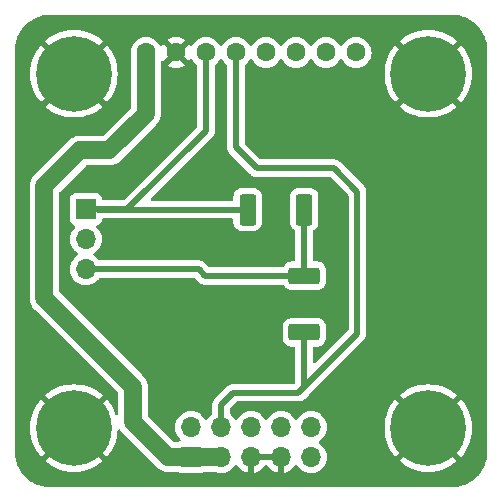
<source format=gbr>
%TF.GenerationSoftware,KiCad,Pcbnew,7.0.7*%
%TF.CreationDate,2024-02-22T12:38:55+00:00*%
%TF.ProjectId,gaugeInterface_rev0,67617567-6549-46e7-9465-72666163655f,rev?*%
%TF.SameCoordinates,Original*%
%TF.FileFunction,Copper,L1,Top*%
%TF.FilePolarity,Positive*%
%FSLAX46Y46*%
G04 Gerber Fmt 4.6, Leading zero omitted, Abs format (unit mm)*
G04 Created by KiCad (PCBNEW 7.0.7) date 2024-02-22 12:38:55*
%MOMM*%
%LPD*%
G01*
G04 APERTURE LIST*
G04 Aperture macros list*
%AMRoundRect*
0 Rectangle with rounded corners*
0 $1 Rounding radius*
0 $2 $3 $4 $5 $6 $7 $8 $9 X,Y pos of 4 corners*
0 Add a 4 corners polygon primitive as box body*
4,1,4,$2,$3,$4,$5,$6,$7,$8,$9,$2,$3,0*
0 Add four circle primitives for the rounded corners*
1,1,$1+$1,$2,$3*
1,1,$1+$1,$4,$5*
1,1,$1+$1,$6,$7*
1,1,$1+$1,$8,$9*
0 Add four rect primitives between the rounded corners*
20,1,$1+$1,$2,$3,$4,$5,0*
20,1,$1+$1,$4,$5,$6,$7,0*
20,1,$1+$1,$6,$7,$8,$9,0*
20,1,$1+$1,$8,$9,$2,$3,0*%
G04 Aperture macros list end*
%TA.AperFunction,ComponentPad*%
%ADD10C,0.800000*%
%TD*%
%TA.AperFunction,ComponentPad*%
%ADD11C,6.400000*%
%TD*%
%TA.AperFunction,ComponentPad*%
%ADD12R,1.700000X1.700000*%
%TD*%
%TA.AperFunction,ComponentPad*%
%ADD13O,1.700000X1.700000*%
%TD*%
%TA.AperFunction,ComponentPad*%
%ADD14C,1.600000*%
%TD*%
%TA.AperFunction,SMDPad,CuDef*%
%ADD15RoundRect,0.249999X-1.075001X0.450001X-1.075001X-0.450001X1.075001X-0.450001X1.075001X0.450001X0*%
%TD*%
%TA.AperFunction,SMDPad,CuDef*%
%ADD16RoundRect,0.249999X-0.450001X-1.075001X0.450001X-1.075001X0.450001X1.075001X-0.450001X1.075001X0*%
%TD*%
%TA.AperFunction,Conductor*%
%ADD17C,1.500000*%
%TD*%
%TA.AperFunction,Conductor*%
%ADD18C,0.500000*%
%TD*%
G04 APERTURE END LIST*
D10*
%TO.P,H3,1,1*%
%TO.N,24VDC_GND*%
X32600000Y-35000000D03*
X33302944Y-33302944D03*
X33302944Y-36697056D03*
X35000000Y-32600000D03*
D11*
X35000000Y-35000000D03*
D10*
X35000000Y-37400000D03*
X36697056Y-33302944D03*
X36697056Y-36697056D03*
X37400000Y-35000000D03*
%TD*%
%TO.P,H4,1,1*%
%TO.N,24VDC_GND*%
X2600000Y-35000000D03*
X3302944Y-33302944D03*
X3302944Y-36697056D03*
X5000000Y-32600000D03*
D11*
X5000000Y-35000000D03*
D10*
X5000000Y-37400000D03*
X6697056Y-33302944D03*
X6697056Y-36697056D03*
X7400000Y-35000000D03*
%TD*%
%TO.P,H1,1,1*%
%TO.N,24VDC_GND*%
X2600000Y-5000000D03*
X3302944Y-3302944D03*
X3302944Y-6697056D03*
X5000000Y-2600000D03*
D11*
X5000000Y-5000000D03*
D10*
X5000000Y-7400000D03*
X6697056Y-3302944D03*
X6697056Y-6697056D03*
X7400000Y-5000000D03*
%TD*%
D12*
%TO.P,J2,1,Pin_1*%
%TO.N,gaugeSignal_raw*%
X6000000Y-16475000D03*
D13*
%TO.P,J2,2,Pin_2*%
%TO.N,arduinoSignal*%
X6000000Y-19015000D03*
%TO.P,J2,3,Pin_3*%
%TO.N,gaugeSignal_divided*%
X6000000Y-21555000D03*
%TD*%
D14*
%TO.P,J3,1,Pin_1*%
%TO.N,24VDC_HOT*%
X11110000Y-3200000D03*
%TO.P,J3,2,Pin_2*%
%TO.N,24VDC_GND*%
X13650000Y-3200000D03*
%TO.P,J3,3,Pin_3*%
%TO.N,gaugeSignal_raw*%
X16190000Y-3200000D03*
%TO.P,J3,4,Pin_4*%
%TO.N,arduinoGND*%
X18730000Y-3200000D03*
%TO.P,J3,5,Pin_5*%
%TO.N,unconnected-(J3-Pin_5-Pad5)*%
X21270000Y-3200000D03*
%TO.P,J3,6,Pin_6*%
%TO.N,unconnected-(J3-Pin_6-Pad6)*%
X23810000Y-3200000D03*
%TO.P,J3,7,Pin_7*%
%TO.N,unconnected-(J3-Pin_7-Pad7)*%
X26350000Y-3200000D03*
%TO.P,J3,8,Pin_8*%
%TO.N,unconnected-(J3-Pin_8-Pad8)*%
X28890000Y-3200000D03*
%TD*%
D10*
%TO.P,H2,1,1*%
%TO.N,24VDC_GND*%
X32600000Y-5000000D03*
X33302944Y-3302944D03*
X33302944Y-6697056D03*
X35000000Y-2600000D03*
D11*
X35000000Y-5000000D03*
D10*
X35000000Y-7400000D03*
X36697056Y-3302944D03*
X36697056Y-6697056D03*
X37400000Y-5000000D03*
%TD*%
D12*
%TO.P,J1,1,Pin_1*%
%TO.N,24VDC_HOT*%
X14920000Y-37460000D03*
D13*
%TO.P,J1,2,Pin_2*%
%TO.N,arduinoSignal*%
X14920000Y-34920000D03*
%TO.P,J1,3,Pin_3*%
%TO.N,24VDC_HOT*%
X17460000Y-37460000D03*
%TO.P,J1,4,Pin_4*%
%TO.N,arduinoGND*%
X17460000Y-34920000D03*
%TO.P,J1,5,Pin_5*%
%TO.N,24VDC_GND*%
X20000000Y-37460000D03*
%TO.P,J1,6,Pin_6*%
%TO.N,unconnected-(J1-Pin_6-Pad6)*%
X20000000Y-34920000D03*
%TO.P,J1,7,Pin_7*%
%TO.N,24VDC_GND*%
X22540000Y-37460000D03*
%TO.P,J1,8,Pin_8*%
%TO.N,unconnected-(J1-Pin_8-Pad8)*%
X22540000Y-34920000D03*
%TO.P,J1,9,Pin_9*%
%TO.N,unconnected-(J1-Pin_9-Pad9)*%
X25080000Y-37460000D03*
%TO.P,J1,10,Pin_10*%
%TO.N,unconnected-(J1-Pin_10-Pad10)*%
X25080000Y-34920000D03*
%TD*%
D15*
%TO.P,R2,1*%
%TO.N,gaugeSignal_divided*%
X24500000Y-22100000D03*
%TO.P,R2,2*%
%TO.N,arduinoGND*%
X24500000Y-26900000D03*
%TD*%
D16*
%TO.P,R1,1*%
%TO.N,gaugeSignal_raw*%
X19700000Y-16500000D03*
%TO.P,R1,2*%
%TO.N,gaugeSignal_divided*%
X24500000Y-16500000D03*
%TD*%
D17*
%TO.N,24VDC_HOT*%
X14920000Y-37460000D02*
X17460000Y-37460000D01*
X5500000Y-11500000D02*
X8000000Y-11500000D01*
X2500000Y-14500000D02*
X5500000Y-11500000D01*
X8000000Y-11500000D02*
X11110000Y-8390000D01*
X14920000Y-37460000D02*
X12960000Y-37460000D01*
X10000000Y-31500000D02*
X2500000Y-24000000D01*
X10000000Y-34500000D02*
X10000000Y-31500000D01*
X2500000Y-24000000D02*
X2500000Y-14500000D01*
X12960000Y-37460000D02*
X10000000Y-34500000D01*
X11110000Y-8390000D02*
X11110000Y-3200000D01*
D18*
%TO.N,arduinoGND*%
X20500000Y-13000000D02*
X27000000Y-13000000D01*
X24000000Y-32000000D02*
X18500000Y-32000000D01*
X24250000Y-31750000D02*
X24000000Y-32000000D01*
X29000000Y-27000000D02*
X24250000Y-31750000D01*
X18730000Y-11230000D02*
X20500000Y-13000000D01*
X29000000Y-15000000D02*
X29000000Y-27000000D01*
X27000000Y-13000000D02*
X29000000Y-15000000D01*
X24500000Y-31500000D02*
X24250000Y-31750000D01*
X18730000Y-3200000D02*
X18730000Y-11230000D01*
X18500000Y-32000000D02*
X17460000Y-33040000D01*
X17460000Y-33040000D02*
X17460000Y-34920000D01*
X24500000Y-26900000D02*
X24500000Y-31500000D01*
%TO.N,gaugeSignal_raw*%
X9525000Y-16475000D02*
X16190000Y-9810000D01*
X16190000Y-9810000D02*
X16190000Y-3200000D01*
X7025000Y-16500000D02*
X7000000Y-16475000D01*
X9000000Y-16475000D02*
X9525000Y-16475000D01*
X7000000Y-16475000D02*
X9000000Y-16475000D01*
X6000000Y-16475000D02*
X7000000Y-16475000D01*
X19700000Y-16500000D02*
X7025000Y-16500000D01*
%TO.N,gaugeSignal_divided*%
X24500000Y-16500000D02*
X24500000Y-22100000D01*
X16100000Y-22100000D02*
X15555000Y-21555000D01*
X24500000Y-22100000D02*
X16100000Y-22100000D01*
X15555000Y-21555000D02*
X6000000Y-21555000D01*
%TD*%
%TA.AperFunction,Conductor*%
%TO.N,24VDC_GND*%
G36*
X21993692Y-37229685D02*
G01*
X22039447Y-37282489D01*
X22049391Y-37351647D01*
X22045631Y-37368933D01*
X22040000Y-37388111D01*
X22040000Y-37531888D01*
X22045631Y-37551067D01*
X22045630Y-37620936D01*
X22007855Y-37679714D01*
X21944299Y-37708738D01*
X21926653Y-37710000D01*
X20613347Y-37710000D01*
X20546308Y-37690315D01*
X20500553Y-37637511D01*
X20490609Y-37568353D01*
X20494369Y-37551067D01*
X20500000Y-37531888D01*
X20500000Y-37388111D01*
X20494369Y-37368933D01*
X20494370Y-37299064D01*
X20532145Y-37240286D01*
X20595701Y-37211262D01*
X20613347Y-37210000D01*
X21926653Y-37210000D01*
X21993692Y-37229685D01*
G37*
%TD.AperFunction*%
%TA.AperFunction,Conductor*%
G36*
X6392586Y-36039033D02*
G01*
X6621915Y-36268362D01*
X6655400Y-36329685D01*
X6650416Y-36399377D01*
X6608544Y-36455310D01*
X6603126Y-36459144D01*
X6516816Y-36516815D01*
X6516815Y-36516816D01*
X6459144Y-36603126D01*
X6405532Y-36647930D01*
X6336207Y-36656637D01*
X6273180Y-36626482D01*
X6268362Y-36621915D01*
X6039033Y-36392586D01*
X6005548Y-36331263D01*
X6010532Y-36261571D01*
X6046180Y-36210617D01*
X6134870Y-36134870D01*
X6210617Y-36046180D01*
X6269121Y-36007990D01*
X6338989Y-36007490D01*
X6392586Y-36039033D01*
G37*
%TD.AperFunction*%
%TA.AperFunction,Conductor*%
G36*
X3738428Y-36010531D02*
G01*
X3789381Y-36046179D01*
X3865130Y-36134870D01*
X3901818Y-36166204D01*
X3953816Y-36210615D01*
X3992009Y-36269122D01*
X3992507Y-36338990D01*
X3960965Y-36392586D01*
X3731636Y-36621915D01*
X3670313Y-36655400D01*
X3600621Y-36650416D01*
X3544688Y-36608544D01*
X3540853Y-36603124D01*
X3531146Y-36588597D01*
X3483184Y-36516816D01*
X3400489Y-36461561D01*
X3400488Y-36461560D01*
X3396873Y-36459145D01*
X3352068Y-36405533D01*
X3343361Y-36336208D01*
X3373515Y-36273180D01*
X3378083Y-36268362D01*
X3607413Y-36039032D01*
X3668736Y-36005547D01*
X3738428Y-36010531D01*
G37*
%TD.AperFunction*%
%TA.AperFunction,Conductor*%
G36*
X14292553Y-3489067D02*
G01*
X14295037Y-3491483D01*
X14729025Y-3925472D01*
X14780133Y-3852482D01*
X14807341Y-3794135D01*
X14853513Y-3741696D01*
X14920707Y-3722543D01*
X14987588Y-3742758D01*
X15032105Y-3794132D01*
X15059432Y-3852734D01*
X15089324Y-3895425D01*
X15189954Y-4039141D01*
X15350858Y-4200045D01*
X15386622Y-4225087D01*
X15430247Y-4279663D01*
X15439499Y-4326662D01*
X15439499Y-9447769D01*
X15419814Y-9514808D01*
X15403180Y-9535450D01*
X9250451Y-15688181D01*
X9189128Y-15721666D01*
X9162770Y-15724500D01*
X7474499Y-15724500D01*
X7407460Y-15704815D01*
X7361705Y-15652011D01*
X7350499Y-15600500D01*
X7350499Y-15577129D01*
X7350498Y-15577123D01*
X7350497Y-15577116D01*
X7344091Y-15517517D01*
X7293796Y-15382669D01*
X7293795Y-15382668D01*
X7293793Y-15382664D01*
X7207547Y-15267455D01*
X7207544Y-15267452D01*
X7092335Y-15181206D01*
X7092328Y-15181202D01*
X6957482Y-15130908D01*
X6957483Y-15130908D01*
X6897883Y-15124501D01*
X6897881Y-15124500D01*
X6897873Y-15124500D01*
X6897864Y-15124500D01*
X5102129Y-15124500D01*
X5102123Y-15124501D01*
X5042516Y-15130908D01*
X4907671Y-15181202D01*
X4907664Y-15181206D01*
X4792455Y-15267452D01*
X4792452Y-15267455D01*
X4706206Y-15382664D01*
X4706202Y-15382671D01*
X4655908Y-15517517D01*
X4649501Y-15577116D01*
X4649501Y-15577123D01*
X4649500Y-15577135D01*
X4649500Y-17372870D01*
X4649501Y-17372876D01*
X4655908Y-17432483D01*
X4706202Y-17567328D01*
X4706206Y-17567335D01*
X4792452Y-17682544D01*
X4792455Y-17682547D01*
X4907664Y-17768793D01*
X4907671Y-17768797D01*
X5039081Y-17817810D01*
X5095015Y-17859681D01*
X5119432Y-17925145D01*
X5104580Y-17993418D01*
X5083430Y-18021673D01*
X4961503Y-18143600D01*
X4825965Y-18337169D01*
X4825964Y-18337171D01*
X4726098Y-18551335D01*
X4726094Y-18551344D01*
X4664938Y-18779586D01*
X4664936Y-18779596D01*
X4644341Y-19014999D01*
X4644341Y-19015000D01*
X4664936Y-19250403D01*
X4664938Y-19250413D01*
X4726094Y-19478655D01*
X4726096Y-19478659D01*
X4726097Y-19478663D01*
X4825965Y-19692829D01*
X4825965Y-19692830D01*
X4825967Y-19692834D01*
X4961501Y-19886395D01*
X4961506Y-19886402D01*
X5128597Y-20053493D01*
X5128603Y-20053498D01*
X5314158Y-20183425D01*
X5357783Y-20238002D01*
X5364977Y-20307500D01*
X5333454Y-20369855D01*
X5314158Y-20386575D01*
X5128597Y-20516505D01*
X4961505Y-20683597D01*
X4825965Y-20877169D01*
X4825964Y-20877171D01*
X4726098Y-21091335D01*
X4726094Y-21091344D01*
X4664938Y-21319586D01*
X4664936Y-21319596D01*
X4644341Y-21554999D01*
X4644341Y-21555000D01*
X4664936Y-21790403D01*
X4664938Y-21790413D01*
X4726094Y-22018655D01*
X4726096Y-22018659D01*
X4726097Y-22018663D01*
X4825965Y-22232829D01*
X4825965Y-22232830D01*
X4825967Y-22232834D01*
X4902280Y-22341819D01*
X4961505Y-22426401D01*
X5128599Y-22593495D01*
X5164353Y-22618530D01*
X5322165Y-22729032D01*
X5322167Y-22729033D01*
X5322170Y-22729035D01*
X5536337Y-22828903D01*
X5764592Y-22890063D01*
X5952918Y-22906539D01*
X5999999Y-22910659D01*
X6000000Y-22910659D01*
X6000001Y-22910659D01*
X6039234Y-22907226D01*
X6235408Y-22890063D01*
X6463663Y-22828903D01*
X6677830Y-22729035D01*
X6871401Y-22593495D01*
X7038495Y-22426401D01*
X7086126Y-22358376D01*
X7140704Y-22314751D01*
X7187701Y-22305500D01*
X15192770Y-22305500D01*
X15259809Y-22325185D01*
X15280451Y-22341819D01*
X15524268Y-22585635D01*
X15536049Y-22599267D01*
X15550390Y-22618530D01*
X15590420Y-22652119D01*
X15594392Y-22655759D01*
X15600223Y-22661590D01*
X15600222Y-22661590D01*
X15625944Y-22681927D01*
X15684786Y-22731302D01*
X15684794Y-22731306D01*
X15690824Y-22735273D01*
X15690790Y-22735323D01*
X15697137Y-22739366D01*
X15697169Y-22739316D01*
X15703318Y-22743108D01*
X15703320Y-22743109D01*
X15703323Y-22743111D01*
X15772930Y-22775569D01*
X15841567Y-22810040D01*
X15841576Y-22810042D01*
X15848355Y-22812510D01*
X15848334Y-22812567D01*
X15855451Y-22815040D01*
X15855470Y-22814984D01*
X15862330Y-22817257D01*
X15918745Y-22828905D01*
X15937532Y-22832784D01*
X16012279Y-22850500D01*
X16012288Y-22850500D01*
X16019452Y-22851338D01*
X16019445Y-22851397D01*
X16026946Y-22852163D01*
X16026952Y-22852104D01*
X16034140Y-22852733D01*
X16034143Y-22852732D01*
X16034144Y-22852733D01*
X16110898Y-22850500D01*
X22659362Y-22850500D01*
X22726401Y-22870185D01*
X22764898Y-22909400D01*
X22832288Y-23018656D01*
X22956344Y-23142712D01*
X23105665Y-23234814D01*
X23272202Y-23289999D01*
X23374990Y-23300500D01*
X23374995Y-23300500D01*
X25625005Y-23300500D01*
X25625010Y-23300500D01*
X25727798Y-23289999D01*
X25894335Y-23234814D01*
X26043656Y-23142712D01*
X26167712Y-23018656D01*
X26259814Y-22869335D01*
X26314999Y-22702798D01*
X26325500Y-22600010D01*
X26325500Y-21599990D01*
X26314999Y-21497202D01*
X26259814Y-21330665D01*
X26167712Y-21181344D01*
X26043656Y-21057288D01*
X25894335Y-20965186D01*
X25727798Y-20910001D01*
X25727796Y-20910000D01*
X25625017Y-20899500D01*
X25625010Y-20899500D01*
X25374500Y-20899500D01*
X25307461Y-20879815D01*
X25261706Y-20827011D01*
X25250500Y-20775500D01*
X25250500Y-18340638D01*
X25270185Y-18273599D01*
X25309400Y-18235101D01*
X25418656Y-18167712D01*
X25542712Y-18043656D01*
X25634814Y-17894335D01*
X25689999Y-17727798D01*
X25700500Y-17625010D01*
X25700500Y-15374990D01*
X25689999Y-15272202D01*
X25634814Y-15105665D01*
X25542712Y-14956344D01*
X25418656Y-14832288D01*
X25269335Y-14740186D01*
X25102798Y-14685001D01*
X25102796Y-14685000D01*
X25000017Y-14674500D01*
X25000010Y-14674500D01*
X23999990Y-14674500D01*
X23999982Y-14674500D01*
X23897203Y-14685000D01*
X23897202Y-14685001D01*
X23814669Y-14712349D01*
X23730667Y-14740185D01*
X23730662Y-14740187D01*
X23581342Y-14832289D01*
X23457289Y-14956342D01*
X23365187Y-15105662D01*
X23365185Y-15105667D01*
X23358944Y-15124501D01*
X23310001Y-15272202D01*
X23310001Y-15272203D01*
X23310000Y-15272203D01*
X23299500Y-15374982D01*
X23299500Y-17625017D01*
X23310000Y-17727796D01*
X23342376Y-17825499D01*
X23365186Y-17894335D01*
X23457288Y-18043656D01*
X23581344Y-18167712D01*
X23690596Y-18235099D01*
X23737321Y-18287047D01*
X23749499Y-18340638D01*
X23749500Y-20775500D01*
X23729815Y-20842539D01*
X23677012Y-20888294D01*
X23625500Y-20899500D01*
X23374982Y-20899500D01*
X23272203Y-20910000D01*
X23272202Y-20910001D01*
X23189669Y-20937349D01*
X23105667Y-20965185D01*
X23105662Y-20965187D01*
X22956342Y-21057289D01*
X22832289Y-21181342D01*
X22832287Y-21181344D01*
X22832288Y-21181344D01*
X22764899Y-21290598D01*
X22712953Y-21337321D01*
X22659362Y-21349500D01*
X16462229Y-21349500D01*
X16395190Y-21329815D01*
X16374548Y-21313181D01*
X16130729Y-21069361D01*
X16118949Y-21055730D01*
X16111482Y-21045701D01*
X16104612Y-21036472D01*
X16104610Y-21036470D01*
X16064587Y-21002886D01*
X16060612Y-20999244D01*
X16057690Y-20996322D01*
X16054780Y-20993411D01*
X16029040Y-20973059D01*
X15970209Y-20923694D01*
X15964180Y-20919729D01*
X15964212Y-20919680D01*
X15957853Y-20915628D01*
X15957822Y-20915679D01*
X15951680Y-20911891D01*
X15951678Y-20911890D01*
X15951677Y-20911889D01*
X15912474Y-20893608D01*
X15882058Y-20879424D01*
X15847894Y-20862267D01*
X15813433Y-20844960D01*
X15813431Y-20844959D01*
X15813430Y-20844959D01*
X15806645Y-20842489D01*
X15806665Y-20842433D01*
X15799549Y-20839959D01*
X15799531Y-20840015D01*
X15792671Y-20837742D01*
X15764841Y-20831996D01*
X15717434Y-20822207D01*
X15668472Y-20810603D01*
X15642719Y-20804499D01*
X15635547Y-20803661D01*
X15635553Y-20803601D01*
X15628055Y-20802835D01*
X15628050Y-20802895D01*
X15620860Y-20802265D01*
X15544083Y-20804500D01*
X7187701Y-20804500D01*
X7120662Y-20784815D01*
X7086126Y-20751623D01*
X7038494Y-20683597D01*
X6871402Y-20516506D01*
X6871396Y-20516501D01*
X6685842Y-20386575D01*
X6642217Y-20331998D01*
X6635023Y-20262500D01*
X6666546Y-20200145D01*
X6685842Y-20183425D01*
X6708026Y-20167891D01*
X6871401Y-20053495D01*
X7038495Y-19886401D01*
X7174035Y-19692830D01*
X7273903Y-19478663D01*
X7335063Y-19250408D01*
X7355659Y-19015000D01*
X7335063Y-18779592D01*
X7273903Y-18551337D01*
X7174035Y-18337171D01*
X7165862Y-18325499D01*
X7038496Y-18143600D01*
X7038495Y-18143599D01*
X6916567Y-18021671D01*
X6883084Y-17960351D01*
X6888068Y-17890659D01*
X6929939Y-17834725D01*
X6960915Y-17817810D01*
X7092331Y-17768796D01*
X7207546Y-17682546D01*
X7293796Y-17567331D01*
X7344091Y-17432483D01*
X7350500Y-17372873D01*
X7350500Y-17372845D01*
X7350678Y-17369548D01*
X7351934Y-17369615D01*
X7370185Y-17307461D01*
X7422989Y-17261706D01*
X7474500Y-17250500D01*
X18375500Y-17250500D01*
X18442539Y-17270185D01*
X18488294Y-17322989D01*
X18499500Y-17374500D01*
X18499500Y-17625017D01*
X18510000Y-17727796D01*
X18542376Y-17825499D01*
X18565186Y-17894335D01*
X18657288Y-18043656D01*
X18781344Y-18167712D01*
X18930665Y-18259814D01*
X19097202Y-18314999D01*
X19199990Y-18325500D01*
X19199995Y-18325500D01*
X20200005Y-18325500D01*
X20200010Y-18325500D01*
X20302798Y-18314999D01*
X20469335Y-18259814D01*
X20618656Y-18167712D01*
X20742712Y-18043656D01*
X20834814Y-17894335D01*
X20889999Y-17727798D01*
X20900500Y-17625010D01*
X20900500Y-15374990D01*
X20889999Y-15272202D01*
X20834814Y-15105665D01*
X20742712Y-14956344D01*
X20618656Y-14832288D01*
X20469335Y-14740186D01*
X20302798Y-14685001D01*
X20302796Y-14685000D01*
X20200017Y-14674500D01*
X20200010Y-14674500D01*
X19199990Y-14674500D01*
X19199982Y-14674500D01*
X19097203Y-14685000D01*
X19097202Y-14685001D01*
X19014669Y-14712349D01*
X18930667Y-14740185D01*
X18930662Y-14740187D01*
X18781342Y-14832289D01*
X18657289Y-14956342D01*
X18565187Y-15105662D01*
X18565185Y-15105667D01*
X18558944Y-15124501D01*
X18510001Y-15272202D01*
X18510001Y-15272203D01*
X18510000Y-15272203D01*
X18499500Y-15374982D01*
X18499500Y-15625500D01*
X18479815Y-15692539D01*
X18427011Y-15738294D01*
X18375500Y-15749500D01*
X11611230Y-15749500D01*
X11544191Y-15729815D01*
X11498436Y-15677011D01*
X11488492Y-15607853D01*
X11517517Y-15544297D01*
X11523549Y-15537819D01*
X12380702Y-14680666D01*
X16675638Y-10385727D01*
X16689267Y-10373950D01*
X16708530Y-10359610D01*
X16708532Y-10359606D01*
X16708534Y-10359606D01*
X16737984Y-10324507D01*
X16742113Y-10319585D01*
X16745767Y-10315599D01*
X16751589Y-10309778D01*
X16771928Y-10284054D01*
X16788233Y-10264623D01*
X16821302Y-10225214D01*
X16821304Y-10225209D01*
X16825272Y-10219179D01*
X16825323Y-10219212D01*
X16829369Y-10212860D01*
X16829317Y-10212828D01*
X16833109Y-10206679D01*
X16833111Y-10206677D01*
X16865569Y-10137069D01*
X16900040Y-10068433D01*
X16900043Y-10068417D01*
X16902510Y-10061644D01*
X16902568Y-10061665D01*
X16905043Y-10054546D01*
X16904985Y-10054527D01*
X16907256Y-10047672D01*
X16922784Y-9972467D01*
X16940500Y-9897720D01*
X16941339Y-9890548D01*
X16941397Y-9890554D01*
X16942164Y-9883056D01*
X16942104Y-9883051D01*
X16942733Y-9875860D01*
X16940500Y-9799103D01*
X16940500Y-4326662D01*
X16960185Y-4259623D01*
X16993379Y-4225086D01*
X17029140Y-4200046D01*
X17190045Y-4039141D01*
X17190044Y-4039140D01*
X17190047Y-4039139D01*
X17320568Y-3852734D01*
X17347618Y-3794724D01*
X17393790Y-3742285D01*
X17460983Y-3723133D01*
X17527865Y-3743348D01*
X17572382Y-3794725D01*
X17599429Y-3852728D01*
X17599432Y-3852734D01*
X17729954Y-4039141D01*
X17890859Y-4200046D01*
X17926621Y-4225086D01*
X17970247Y-4279662D01*
X17979500Y-4326662D01*
X17979500Y-11166294D01*
X17978191Y-11184263D01*
X17974710Y-11208025D01*
X17979264Y-11260064D01*
X17979500Y-11265470D01*
X17979500Y-11273709D01*
X17983306Y-11306274D01*
X17990000Y-11382791D01*
X17991461Y-11389867D01*
X17991403Y-11389878D01*
X17993034Y-11397237D01*
X17993092Y-11397224D01*
X17994757Y-11404250D01*
X18021025Y-11476424D01*
X18045185Y-11549331D01*
X18048236Y-11555874D01*
X18048182Y-11555898D01*
X18051470Y-11562688D01*
X18051521Y-11562663D01*
X18054761Y-11569113D01*
X18054762Y-11569114D01*
X18054763Y-11569117D01*
X18096965Y-11633282D01*
X18096965Y-11633283D01*
X18137287Y-11698655D01*
X18141766Y-11704319D01*
X18141719Y-11704356D01*
X18146482Y-11710202D01*
X18146528Y-11710164D01*
X18151173Y-11715700D01*
X18207017Y-11768385D01*
X19924270Y-13485638D01*
X19936051Y-13499270D01*
X19950388Y-13518528D01*
X19990409Y-13552111D01*
X19994397Y-13555766D01*
X20000216Y-13561585D01*
X20000220Y-13561588D01*
X20000223Y-13561591D01*
X20025959Y-13581940D01*
X20084786Y-13631302D01*
X20084787Y-13631302D01*
X20084789Y-13631304D01*
X20090818Y-13635270D01*
X20090785Y-13635319D01*
X20097147Y-13639372D01*
X20097179Y-13639321D01*
X20103319Y-13643108D01*
X20103323Y-13643111D01*
X20129808Y-13655461D01*
X20172941Y-13675575D01*
X20241565Y-13710039D01*
X20241567Y-13710040D01*
X20241569Y-13710040D01*
X20248357Y-13712511D01*
X20248336Y-13712567D01*
X20255457Y-13715043D01*
X20255476Y-13714986D01*
X20262322Y-13717254D01*
X20262327Y-13717257D01*
X20262332Y-13717258D01*
X20262335Y-13717259D01*
X20337564Y-13732792D01*
X20337565Y-13732792D01*
X20412279Y-13750500D01*
X20412282Y-13750500D01*
X20412286Y-13750501D01*
X20419453Y-13751339D01*
X20419446Y-13751398D01*
X20426944Y-13752164D01*
X20426950Y-13752105D01*
X20434139Y-13752734D01*
X20434143Y-13752733D01*
X20434144Y-13752734D01*
X20510917Y-13750500D01*
X26637770Y-13750500D01*
X26704809Y-13770185D01*
X26725451Y-13786819D01*
X28213180Y-15274548D01*
X28246665Y-15335871D01*
X28249499Y-15362229D01*
X28249499Y-26637770D01*
X28229814Y-26704809D01*
X28213180Y-26725451D01*
X25462181Y-29476451D01*
X25400858Y-29509936D01*
X25331166Y-29504952D01*
X25275233Y-29463080D01*
X25250816Y-29397616D01*
X25250500Y-29388770D01*
X25250500Y-28224500D01*
X25270185Y-28157461D01*
X25322989Y-28111706D01*
X25374500Y-28100500D01*
X25625005Y-28100500D01*
X25625010Y-28100500D01*
X25727798Y-28089999D01*
X25894335Y-28034814D01*
X26043656Y-27942712D01*
X26167712Y-27818656D01*
X26259814Y-27669335D01*
X26314999Y-27502798D01*
X26325500Y-27400010D01*
X26325500Y-26399990D01*
X26314999Y-26297202D01*
X26259814Y-26130665D01*
X26167712Y-25981344D01*
X26043656Y-25857288D01*
X25894335Y-25765186D01*
X25727798Y-25710001D01*
X25727796Y-25710000D01*
X25625017Y-25699500D01*
X25625010Y-25699500D01*
X23374990Y-25699500D01*
X23374982Y-25699500D01*
X23272203Y-25710000D01*
X23272202Y-25710001D01*
X23189669Y-25737349D01*
X23105667Y-25765185D01*
X23105662Y-25765187D01*
X22956342Y-25857289D01*
X22832289Y-25981342D01*
X22740187Y-26130662D01*
X22740185Y-26130665D01*
X22740186Y-26130665D01*
X22685001Y-26297202D01*
X22685001Y-26297203D01*
X22685000Y-26297203D01*
X22674500Y-26399982D01*
X22674500Y-27400017D01*
X22685000Y-27502796D01*
X22740185Y-27669332D01*
X22740186Y-27669335D01*
X22832288Y-27818656D01*
X22956344Y-27942712D01*
X23105665Y-28034814D01*
X23272202Y-28089999D01*
X23374990Y-28100500D01*
X23625500Y-28100500D01*
X23692539Y-28120185D01*
X23738294Y-28172989D01*
X23749500Y-28224500D01*
X23749500Y-31125500D01*
X23729815Y-31192539D01*
X23677011Y-31238294D01*
X23625500Y-31249500D01*
X18563705Y-31249500D01*
X18545735Y-31248191D01*
X18521972Y-31244710D01*
X18476890Y-31248655D01*
X18469933Y-31249264D01*
X18464532Y-31249500D01*
X18456287Y-31249500D01*
X18430222Y-31252546D01*
X18423705Y-31253308D01*
X18418403Y-31253771D01*
X18347201Y-31260001D01*
X18340134Y-31261461D01*
X18340122Y-31261404D01*
X18332753Y-31263038D01*
X18332767Y-31263095D01*
X18325739Y-31264760D01*
X18270536Y-31284852D01*
X18253563Y-31291030D01*
X18180666Y-31315186D01*
X18180664Y-31315186D01*
X18180661Y-31315188D01*
X18174122Y-31318237D01*
X18174097Y-31318185D01*
X18167308Y-31321471D01*
X18167334Y-31321522D01*
X18160884Y-31324761D01*
X18096716Y-31366964D01*
X18031347Y-31407285D01*
X18025677Y-31411769D01*
X18025641Y-31411723D01*
X18019798Y-31416484D01*
X18019835Y-31416528D01*
X18014310Y-31421164D01*
X17961614Y-31477017D01*
X16974358Y-32464272D01*
X16960729Y-32476051D01*
X16941468Y-32490390D01*
X16907898Y-32530397D01*
X16904253Y-32534376D01*
X16898409Y-32540222D01*
X16878059Y-32565959D01*
X16828695Y-32624789D01*
X16824729Y-32630819D01*
X16824682Y-32630788D01*
X16820630Y-32637147D01*
X16820679Y-32637177D01*
X16816889Y-32643321D01*
X16784424Y-32712941D01*
X16749960Y-32781566D01*
X16747488Y-32788357D01*
X16747432Y-32788336D01*
X16744960Y-32795450D01*
X16745015Y-32795469D01*
X16742742Y-32802327D01*
X16738638Y-32822206D01*
X16727207Y-32877565D01*
X16714001Y-32933284D01*
X16709498Y-32952286D01*
X16708661Y-32959454D01*
X16708601Y-32959447D01*
X16707835Y-32966945D01*
X16707895Y-32966951D01*
X16707265Y-32974140D01*
X16709500Y-33050916D01*
X16709500Y-33732298D01*
X16689815Y-33799337D01*
X16656625Y-33833872D01*
X16588595Y-33881507D01*
X16421505Y-34048597D01*
X16291575Y-34234158D01*
X16236998Y-34277783D01*
X16167500Y-34284977D01*
X16105145Y-34253454D01*
X16088425Y-34234158D01*
X15958494Y-34048597D01*
X15791402Y-33881506D01*
X15791395Y-33881501D01*
X15768016Y-33865131D01*
X15723374Y-33833872D01*
X15597834Y-33745967D01*
X15597830Y-33745965D01*
X15568521Y-33732298D01*
X15383663Y-33646097D01*
X15383659Y-33646096D01*
X15383655Y-33646094D01*
X15155413Y-33584938D01*
X15155403Y-33584936D01*
X14920001Y-33564341D01*
X14919999Y-33564341D01*
X14684596Y-33584936D01*
X14684586Y-33584938D01*
X14456344Y-33646094D01*
X14456335Y-33646098D01*
X14242171Y-33745964D01*
X14242169Y-33745965D01*
X14048597Y-33881505D01*
X13881505Y-34048597D01*
X13745965Y-34242169D01*
X13745964Y-34242171D01*
X13646098Y-34456335D01*
X13646094Y-34456344D01*
X13584938Y-34684586D01*
X13584936Y-34684596D01*
X13564341Y-34919999D01*
X13564341Y-34920000D01*
X13584936Y-35155403D01*
X13584938Y-35155413D01*
X13646094Y-35383655D01*
X13646096Y-35383659D01*
X13646097Y-35383663D01*
X13698460Y-35495956D01*
X13745965Y-35597830D01*
X13745967Y-35597834D01*
X13837553Y-35728631D01*
X13881501Y-35791396D01*
X13881506Y-35791402D01*
X14003430Y-35913326D01*
X14036915Y-35974649D01*
X14031931Y-36044341D01*
X13990059Y-36100274D01*
X13959083Y-36117189D01*
X13827669Y-36166203D01*
X13827668Y-36166204D01*
X13802872Y-36184767D01*
X13737408Y-36209184D01*
X13728561Y-36209500D01*
X13529336Y-36209500D01*
X13462297Y-36189815D01*
X13441655Y-36173181D01*
X11286819Y-34018345D01*
X11253334Y-33957022D01*
X11250500Y-33930664D01*
X11250500Y-32753334D01*
X11250500Y-31573687D01*
X11250887Y-31566787D01*
X11255238Y-31528173D01*
X11250639Y-31459967D01*
X11250500Y-31455812D01*
X11250500Y-31443849D01*
X11250500Y-31443845D01*
X11246722Y-31401876D01*
X11240096Y-31303588D01*
X11239027Y-31299348D01*
X11235768Y-31280169D01*
X11235377Y-31275812D01*
X11209164Y-31180834D01*
X11185096Y-31085317D01*
X11183289Y-31081339D01*
X11176653Y-31063034D01*
X11175493Y-31058830D01*
X11175492Y-31058827D01*
X11132741Y-30970055D01*
X11092010Y-30880382D01*
X11092007Y-30880375D01*
X11089518Y-30876782D01*
X11079728Y-30859970D01*
X11077829Y-30856027D01*
X11077827Y-30856024D01*
X11077825Y-30856020D01*
X11043129Y-30808267D01*
X11019914Y-30776314D01*
X10963820Y-30695346D01*
X10960729Y-30692255D01*
X10948093Y-30677461D01*
X10945521Y-30673921D01*
X10945519Y-30673919D01*
X10874320Y-30605846D01*
X3786819Y-23518345D01*
X3753334Y-23457022D01*
X3750500Y-23430664D01*
X3750500Y-19250403D01*
X3750500Y-15069332D01*
X3770184Y-15002297D01*
X3786813Y-14981660D01*
X5981655Y-12786818D01*
X6042978Y-12753334D01*
X6069336Y-12750500D01*
X7926293Y-12750500D01*
X7933231Y-12750889D01*
X7971827Y-12755238D01*
X7971829Y-12755237D01*
X7971830Y-12755238D01*
X7989586Y-12754040D01*
X8040032Y-12750639D01*
X8044188Y-12750500D01*
X8056147Y-12750500D01*
X8056155Y-12750500D01*
X8098123Y-12746722D01*
X8196412Y-12740096D01*
X8200646Y-12739028D01*
X8219841Y-12735767D01*
X8224188Y-12735377D01*
X8319165Y-12709164D01*
X8414683Y-12685096D01*
X8418655Y-12683291D01*
X8436962Y-12676654D01*
X8441170Y-12675493D01*
X8529935Y-12632746D01*
X8619626Y-12592007D01*
X8623220Y-12589516D01*
X8640035Y-12579724D01*
X8643973Y-12577829D01*
X8723676Y-12519921D01*
X8804654Y-12463820D01*
X8807743Y-12460730D01*
X8822545Y-12448088D01*
X8826078Y-12445522D01*
X8894153Y-12374320D01*
X11942127Y-9326345D01*
X11947287Y-9321733D01*
X11977666Y-9297508D01*
X12022632Y-9246039D01*
X12025478Y-9242995D01*
X12033929Y-9234545D01*
X12033929Y-9234544D01*
X12033944Y-9234530D01*
X12060947Y-9202185D01*
X12125765Y-9127996D01*
X12128006Y-9124243D01*
X12139274Y-9108364D01*
X12142068Y-9105019D01*
X12190683Y-9019340D01*
X12241215Y-8934764D01*
X12242747Y-8930679D01*
X12251003Y-8913033D01*
X12253153Y-8909245D01*
X12285692Y-8816253D01*
X12320307Y-8724024D01*
X12321085Y-8719737D01*
X12326056Y-8700902D01*
X12327498Y-8696783D01*
X12342910Y-8599472D01*
X12360500Y-8502549D01*
X12360500Y-8498169D01*
X12362027Y-8478770D01*
X12362710Y-8474460D01*
X12360500Y-8375997D01*
X12360500Y-4018163D01*
X12380185Y-3951124D01*
X12432989Y-3905369D01*
X12502147Y-3895425D01*
X12565703Y-3924450D01*
X12566252Y-3925058D01*
X12570973Y-3925472D01*
X13001481Y-3494963D01*
X13062804Y-3461478D01*
X13132495Y-3466462D01*
X13188429Y-3508333D01*
X13191514Y-3513249D01*
X13191549Y-3513225D01*
X13196441Y-3520156D01*
X13271592Y-3600622D01*
X13299638Y-3630652D01*
X13334698Y-3651973D01*
X13381749Y-3703623D01*
X13393407Y-3772513D01*
X13365970Y-3836770D01*
X13357950Y-3845601D01*
X12924526Y-4279025D01*
X12924526Y-4279026D01*
X12997512Y-4330131D01*
X12997516Y-4330133D01*
X13203673Y-4426265D01*
X13203682Y-4426269D01*
X13423389Y-4485139D01*
X13423400Y-4485141D01*
X13649998Y-4504966D01*
X13650002Y-4504966D01*
X13876599Y-4485141D01*
X13876610Y-4485139D01*
X14096317Y-4426269D01*
X14096331Y-4426264D01*
X14302478Y-4330136D01*
X14375472Y-4279025D01*
X13943165Y-3846719D01*
X13909680Y-3785396D01*
X13914664Y-3715705D01*
X13952589Y-3662852D01*
X14055739Y-3578934D01*
X14106052Y-3507655D01*
X14160793Y-3464239D01*
X14230318Y-3457309D01*
X14292553Y-3489067D01*
G37*
%TD.AperFunction*%
%TA.AperFunction,Conductor*%
G36*
X6399377Y-33349582D02*
G01*
X6455310Y-33391454D01*
X6459145Y-33396873D01*
X6516816Y-33483184D01*
X6603124Y-33540853D01*
X6647930Y-33594465D01*
X6656637Y-33663790D01*
X6626483Y-33726817D01*
X6621915Y-33731636D01*
X6392586Y-33960965D01*
X6331263Y-33994450D01*
X6261571Y-33989466D01*
X6210615Y-33953816D01*
X6189296Y-33928855D01*
X6134870Y-33865130D01*
X6046179Y-33789381D01*
X6007989Y-33730878D01*
X6007489Y-33661010D01*
X6039032Y-33607413D01*
X6268362Y-33378083D01*
X6329685Y-33344598D01*
X6399377Y-33349582D01*
G37*
%TD.AperFunction*%
%TA.AperFunction,Conductor*%
G36*
X3726818Y-33373516D02*
G01*
X3731637Y-33378084D01*
X3960966Y-33607413D01*
X3994451Y-33668736D01*
X3989467Y-33738428D01*
X3953817Y-33789384D01*
X3865130Y-33865130D01*
X3789384Y-33953817D01*
X3730877Y-33992010D01*
X3661009Y-33992508D01*
X3607413Y-33960966D01*
X3378084Y-33731637D01*
X3344599Y-33670314D01*
X3349583Y-33600622D01*
X3391455Y-33544689D01*
X3396874Y-33540854D01*
X3400487Y-33538439D01*
X3400489Y-33538439D01*
X3483184Y-33483184D01*
X3538439Y-33400489D01*
X3538439Y-33400487D01*
X3540854Y-33396874D01*
X3594466Y-33352069D01*
X3663791Y-33343362D01*
X3726818Y-33373516D01*
G37*
%TD.AperFunction*%
%TA.AperFunction,Conductor*%
G36*
X36392586Y-36039033D02*
G01*
X36621915Y-36268362D01*
X36655400Y-36329685D01*
X36650416Y-36399377D01*
X36608544Y-36455310D01*
X36603126Y-36459144D01*
X36516816Y-36516815D01*
X36516815Y-36516816D01*
X36459144Y-36603126D01*
X36405532Y-36647930D01*
X36336207Y-36656637D01*
X36273180Y-36626482D01*
X36268362Y-36621915D01*
X36039033Y-36392586D01*
X36005548Y-36331263D01*
X36010532Y-36261571D01*
X36046180Y-36210617D01*
X36134870Y-36134870D01*
X36210617Y-36046180D01*
X36269121Y-36007990D01*
X36338989Y-36007490D01*
X36392586Y-36039033D01*
G37*
%TD.AperFunction*%
%TA.AperFunction,Conductor*%
G36*
X33738428Y-36010531D02*
G01*
X33789381Y-36046179D01*
X33865130Y-36134870D01*
X33901818Y-36166204D01*
X33953816Y-36210615D01*
X33992009Y-36269122D01*
X33992507Y-36338990D01*
X33960965Y-36392586D01*
X33731636Y-36621915D01*
X33670313Y-36655400D01*
X33600621Y-36650416D01*
X33544688Y-36608544D01*
X33540853Y-36603124D01*
X33531146Y-36588597D01*
X33483184Y-36516816D01*
X33400489Y-36461561D01*
X33400488Y-36461560D01*
X33396873Y-36459145D01*
X33352068Y-36405533D01*
X33343361Y-36336208D01*
X33373515Y-36273180D01*
X33378083Y-36268362D01*
X33607413Y-36039032D01*
X33668736Y-36005547D01*
X33738428Y-36010531D01*
G37*
%TD.AperFunction*%
%TA.AperFunction,Conductor*%
G36*
X36399377Y-33349582D02*
G01*
X36455310Y-33391454D01*
X36459145Y-33396873D01*
X36516816Y-33483184D01*
X36603124Y-33540853D01*
X36647930Y-33594465D01*
X36656637Y-33663790D01*
X36626483Y-33726817D01*
X36621915Y-33731636D01*
X36392586Y-33960965D01*
X36331263Y-33994450D01*
X36261571Y-33989466D01*
X36210615Y-33953816D01*
X36189296Y-33928855D01*
X36134870Y-33865130D01*
X36046179Y-33789381D01*
X36007989Y-33730878D01*
X36007489Y-33661010D01*
X36039032Y-33607413D01*
X36268362Y-33378083D01*
X36329685Y-33344598D01*
X36399377Y-33349582D01*
G37*
%TD.AperFunction*%
%TA.AperFunction,Conductor*%
G36*
X33726818Y-33373516D02*
G01*
X33731637Y-33378084D01*
X33960966Y-33607413D01*
X33994451Y-33668736D01*
X33989467Y-33738428D01*
X33953817Y-33789384D01*
X33865130Y-33865130D01*
X33789384Y-33953817D01*
X33730877Y-33992010D01*
X33661009Y-33992508D01*
X33607413Y-33960966D01*
X33378084Y-33731637D01*
X33344599Y-33670314D01*
X33349583Y-33600622D01*
X33391455Y-33544689D01*
X33396874Y-33540854D01*
X33400487Y-33538439D01*
X33400489Y-33538439D01*
X33483184Y-33483184D01*
X33538439Y-33400489D01*
X33538439Y-33400487D01*
X33540854Y-33396874D01*
X33594466Y-33352069D01*
X33663791Y-33343362D01*
X33726818Y-33373516D01*
G37*
%TD.AperFunction*%
%TA.AperFunction,Conductor*%
G36*
X6392586Y-6039033D02*
G01*
X6621915Y-6268362D01*
X6655400Y-6329685D01*
X6650416Y-6399377D01*
X6608544Y-6455310D01*
X6603126Y-6459144D01*
X6516816Y-6516815D01*
X6516815Y-6516816D01*
X6459144Y-6603126D01*
X6405532Y-6647930D01*
X6336207Y-6656637D01*
X6273180Y-6626482D01*
X6268362Y-6621915D01*
X6039033Y-6392586D01*
X6005548Y-6331263D01*
X6010532Y-6261571D01*
X6046180Y-6210617D01*
X6134870Y-6134870D01*
X6210617Y-6046180D01*
X6269121Y-6007990D01*
X6338989Y-6007490D01*
X6392586Y-6039033D01*
G37*
%TD.AperFunction*%
%TA.AperFunction,Conductor*%
G36*
X3738428Y-6010531D02*
G01*
X3789381Y-6046179D01*
X3865130Y-6134870D01*
X3928855Y-6189296D01*
X3953816Y-6210615D01*
X3992009Y-6269122D01*
X3992507Y-6338990D01*
X3960965Y-6392586D01*
X3731636Y-6621915D01*
X3670313Y-6655400D01*
X3600621Y-6650416D01*
X3544688Y-6608544D01*
X3540853Y-6603124D01*
X3483184Y-6516816D01*
X3396873Y-6459145D01*
X3352068Y-6405533D01*
X3343361Y-6336208D01*
X3373515Y-6273180D01*
X3378083Y-6268362D01*
X3607413Y-6039032D01*
X3668736Y-6005547D01*
X3738428Y-6010531D01*
G37*
%TD.AperFunction*%
%TA.AperFunction,Conductor*%
G36*
X6399377Y-3349582D02*
G01*
X6455310Y-3391454D01*
X6459145Y-3396873D01*
X6461560Y-3400488D01*
X6461561Y-3400489D01*
X6516816Y-3483184D01*
X6561811Y-3513249D01*
X6603124Y-3540853D01*
X6647930Y-3594465D01*
X6656637Y-3663790D01*
X6626483Y-3726817D01*
X6621915Y-3731636D01*
X6392586Y-3960965D01*
X6331263Y-3994450D01*
X6261571Y-3989466D01*
X6210615Y-3953816D01*
X6160744Y-3895425D01*
X6134870Y-3865130D01*
X6046179Y-3789381D01*
X6007989Y-3730878D01*
X6007489Y-3661010D01*
X6039032Y-3607413D01*
X6268362Y-3378083D01*
X6329685Y-3344598D01*
X6399377Y-3349582D01*
G37*
%TD.AperFunction*%
%TA.AperFunction,Conductor*%
G36*
X3726818Y-3373516D02*
G01*
X3731637Y-3378084D01*
X3960966Y-3607413D01*
X3994451Y-3668736D01*
X3989467Y-3738428D01*
X3953817Y-3789384D01*
X3865130Y-3865130D01*
X3789384Y-3953817D01*
X3730877Y-3992010D01*
X3661009Y-3992508D01*
X3607413Y-3960966D01*
X3378084Y-3731637D01*
X3344599Y-3670314D01*
X3349583Y-3600622D01*
X3391455Y-3544689D01*
X3396874Y-3540854D01*
X3400487Y-3538439D01*
X3400489Y-3538439D01*
X3483184Y-3483184D01*
X3538439Y-3400489D01*
X3538439Y-3400487D01*
X3540854Y-3396874D01*
X3594466Y-3352069D01*
X3663791Y-3343362D01*
X3726818Y-3373516D01*
G37*
%TD.AperFunction*%
%TA.AperFunction,Conductor*%
G36*
X36392586Y-6039033D02*
G01*
X36621915Y-6268362D01*
X36655400Y-6329685D01*
X36650416Y-6399377D01*
X36608544Y-6455310D01*
X36603126Y-6459144D01*
X36516816Y-6516815D01*
X36516815Y-6516816D01*
X36459144Y-6603126D01*
X36405532Y-6647930D01*
X36336207Y-6656637D01*
X36273180Y-6626482D01*
X36268362Y-6621915D01*
X36039033Y-6392586D01*
X36005548Y-6331263D01*
X36010532Y-6261571D01*
X36046180Y-6210617D01*
X36134870Y-6134870D01*
X36210617Y-6046180D01*
X36269121Y-6007990D01*
X36338989Y-6007490D01*
X36392586Y-6039033D01*
G37*
%TD.AperFunction*%
%TA.AperFunction,Conductor*%
G36*
X33738428Y-6010531D02*
G01*
X33789381Y-6046179D01*
X33865130Y-6134870D01*
X33928855Y-6189296D01*
X33953816Y-6210615D01*
X33992009Y-6269122D01*
X33992507Y-6338990D01*
X33960965Y-6392586D01*
X33731636Y-6621915D01*
X33670313Y-6655400D01*
X33600621Y-6650416D01*
X33544688Y-6608544D01*
X33540853Y-6603124D01*
X33483184Y-6516816D01*
X33396873Y-6459145D01*
X33352068Y-6405533D01*
X33343361Y-6336208D01*
X33373515Y-6273180D01*
X33378083Y-6268362D01*
X33607413Y-6039032D01*
X33668736Y-6005547D01*
X33738428Y-6010531D01*
G37*
%TD.AperFunction*%
%TA.AperFunction,Conductor*%
G36*
X36399377Y-3349582D02*
G01*
X36455310Y-3391454D01*
X36459145Y-3396873D01*
X36461560Y-3400488D01*
X36461561Y-3400489D01*
X36516816Y-3483184D01*
X36561811Y-3513249D01*
X36603124Y-3540853D01*
X36647930Y-3594465D01*
X36656637Y-3663790D01*
X36626483Y-3726817D01*
X36621915Y-3731636D01*
X36392586Y-3960965D01*
X36331263Y-3994450D01*
X36261571Y-3989466D01*
X36210615Y-3953816D01*
X36160744Y-3895425D01*
X36134870Y-3865130D01*
X36046179Y-3789381D01*
X36007989Y-3730878D01*
X36007489Y-3661010D01*
X36039032Y-3607413D01*
X36268362Y-3378083D01*
X36329685Y-3344598D01*
X36399377Y-3349582D01*
G37*
%TD.AperFunction*%
%TA.AperFunction,Conductor*%
G36*
X33726818Y-3373516D02*
G01*
X33731637Y-3378084D01*
X33960966Y-3607413D01*
X33994451Y-3668736D01*
X33989467Y-3738428D01*
X33953817Y-3789384D01*
X33865130Y-3865130D01*
X33789384Y-3953817D01*
X33730877Y-3992010D01*
X33661009Y-3992508D01*
X33607413Y-3960966D01*
X33378084Y-3731637D01*
X33344599Y-3670314D01*
X33349583Y-3600622D01*
X33391455Y-3544689D01*
X33396874Y-3540854D01*
X33400487Y-3538439D01*
X33400489Y-3538439D01*
X33483184Y-3483184D01*
X33538439Y-3400489D01*
X33538439Y-3400487D01*
X33540854Y-3396874D01*
X33594466Y-3352069D01*
X33663791Y-3343362D01*
X33726818Y-3373516D01*
G37*
%TD.AperFunction*%
%TA.AperFunction,Conductor*%
G36*
X37001619Y-584D02*
G01*
X37133628Y-7503D01*
X37317027Y-17803D01*
X37323212Y-18465D01*
X37475647Y-42608D01*
X37638194Y-70226D01*
X37643811Y-71453D01*
X37796693Y-112418D01*
X37889122Y-139046D01*
X37951724Y-157082D01*
X37956759Y-158769D01*
X38106183Y-216127D01*
X38254007Y-277358D01*
X38258412Y-279388D01*
X38324180Y-312899D01*
X38401921Y-352511D01*
X38477428Y-394241D01*
X38541480Y-429641D01*
X38545215Y-431882D01*
X38619487Y-480115D01*
X38680872Y-519980D01*
X38768357Y-582053D01*
X38810764Y-612142D01*
X38813886Y-614510D01*
X38938748Y-715621D01*
X38941034Y-717567D01*
X39058721Y-822738D01*
X39061248Y-825128D01*
X39174870Y-938750D01*
X39177260Y-941277D01*
X39282431Y-1058964D01*
X39284385Y-1061260D01*
X39385480Y-1186102D01*
X39387862Y-1189243D01*
X39480019Y-1319127D01*
X39533758Y-1401875D01*
X39568106Y-1454767D01*
X39570364Y-1458531D01*
X39647488Y-1598078D01*
X39720604Y-1741575D01*
X39722643Y-1745997D01*
X39783877Y-1893829D01*
X39841221Y-2043217D01*
X39842916Y-2048273D01*
X39887579Y-2203297D01*
X39928541Y-2356171D01*
X39929778Y-2361835D01*
X39957394Y-2524369D01*
X39981530Y-2676758D01*
X39982196Y-2682985D01*
X39992509Y-2866617D01*
X39999415Y-2998377D01*
X39999500Y-3001623D01*
X39999500Y-36998376D01*
X39999415Y-37001622D01*
X39992509Y-37133382D01*
X39982196Y-37317013D01*
X39981530Y-37323240D01*
X39957394Y-37475630D01*
X39929778Y-37638163D01*
X39928541Y-37643827D01*
X39887579Y-37796702D01*
X39842916Y-37951725D01*
X39841221Y-37956781D01*
X39783877Y-38106170D01*
X39722643Y-38254001D01*
X39720604Y-38258423D01*
X39647488Y-38401921D01*
X39570364Y-38541467D01*
X39568097Y-38545246D01*
X39480019Y-38680872D01*
X39387862Y-38810755D01*
X39385480Y-38813896D01*
X39284385Y-38938738D01*
X39282431Y-38941034D01*
X39177260Y-39058721D01*
X39174870Y-39061248D01*
X39061248Y-39174870D01*
X39058721Y-39177260D01*
X38941034Y-39282431D01*
X38938738Y-39284385D01*
X38813896Y-39385480D01*
X38810755Y-39387862D01*
X38680872Y-39480019D01*
X38545246Y-39568097D01*
X38541467Y-39570364D01*
X38401921Y-39647488D01*
X38258423Y-39720604D01*
X38254001Y-39722643D01*
X38106170Y-39783877D01*
X37956781Y-39841221D01*
X37951725Y-39842916D01*
X37796702Y-39887579D01*
X37643827Y-39928541D01*
X37638163Y-39929778D01*
X37475630Y-39957394D01*
X37323240Y-39981530D01*
X37317013Y-39982196D01*
X37133382Y-39992509D01*
X37001622Y-39999415D01*
X36998376Y-39999500D01*
X3001624Y-39999500D01*
X2998378Y-39999415D01*
X2866617Y-39992509D01*
X2682985Y-39982196D01*
X2676758Y-39981530D01*
X2524369Y-39957394D01*
X2361835Y-39929778D01*
X2356171Y-39928541D01*
X2203297Y-39887579D01*
X2048273Y-39842916D01*
X2043217Y-39841221D01*
X1893829Y-39783877D01*
X1745997Y-39722643D01*
X1741575Y-39720604D01*
X1598078Y-39647488D01*
X1458531Y-39570364D01*
X1454767Y-39568106D01*
X1401875Y-39533758D01*
X1319127Y-39480019D01*
X1189243Y-39387862D01*
X1186102Y-39385480D01*
X1061260Y-39284385D01*
X1058964Y-39282431D01*
X941277Y-39177260D01*
X938750Y-39174870D01*
X825128Y-39061248D01*
X822738Y-39058721D01*
X717567Y-38941034D01*
X715613Y-38938738D01*
X615946Y-38815659D01*
X614510Y-38813886D01*
X612136Y-38810755D01*
X611954Y-38810499D01*
X582053Y-38768357D01*
X519980Y-38680872D01*
X483119Y-38624112D01*
X431882Y-38545215D01*
X429641Y-38541480D01*
X393321Y-38475762D01*
X352511Y-38401921D01*
X312899Y-38324180D01*
X279388Y-38258412D01*
X277358Y-38254007D01*
X216122Y-38106170D01*
X158769Y-37956759D01*
X157082Y-37951724D01*
X112420Y-37796702D01*
X107316Y-37777652D01*
X71453Y-37643811D01*
X70226Y-37638194D01*
X42601Y-37475606D01*
X18465Y-37323212D01*
X17803Y-37317027D01*
X7490Y-37133382D01*
X584Y-37001620D01*
X500Y-36998377D01*
X500Y-23971831D01*
X1244761Y-23971831D01*
X1249359Y-24040013D01*
X1249500Y-24044186D01*
X1249500Y-24056156D01*
X1253277Y-24098124D01*
X1259903Y-24196407D01*
X1259903Y-24196412D01*
X1260972Y-24200652D01*
X1264230Y-24219824D01*
X1264623Y-24224190D01*
X1290835Y-24319165D01*
X1314903Y-24414681D01*
X1316715Y-24418670D01*
X1323340Y-24436944D01*
X1324504Y-24441162D01*
X1324507Y-24441170D01*
X1367253Y-24529935D01*
X1407993Y-24619626D01*
X1407994Y-24619629D01*
X1410483Y-24623221D01*
X1420269Y-24640026D01*
X1422166Y-24643965D01*
X1422174Y-24643979D01*
X1480078Y-24723676D01*
X1536180Y-24804655D01*
X1539273Y-24807748D01*
X1551907Y-24822539D01*
X1554478Y-24826078D01*
X1554481Y-24826081D01*
X1625679Y-24894153D01*
X8713181Y-31981655D01*
X8746666Y-32042978D01*
X8749500Y-32069336D01*
X8749500Y-33774150D01*
X8729815Y-33841189D01*
X8677011Y-33886944D01*
X8607853Y-33896888D01*
X8544297Y-33867863D01*
X8509736Y-33818588D01*
X8384755Y-33493005D01*
X8208689Y-33147456D01*
X7997468Y-32822206D01*
X7788904Y-32564649D01*
X7788902Y-32564648D01*
X7125748Y-33227803D01*
X7064425Y-33261288D01*
X6994733Y-33256304D01*
X6938800Y-33214432D01*
X6934965Y-33209012D01*
X6877296Y-33122704D01*
X6790985Y-33065033D01*
X6746180Y-33011421D01*
X6737473Y-32942096D01*
X6767627Y-32879068D01*
X6772195Y-32874250D01*
X7435350Y-32211096D01*
X7435350Y-32211095D01*
X7177793Y-32002531D01*
X6852543Y-31791310D01*
X6506994Y-31615244D01*
X6144936Y-31476262D01*
X5770330Y-31375887D01*
X5770323Y-31375886D01*
X5387287Y-31315219D01*
X5000001Y-31294922D01*
X4999999Y-31294922D01*
X4612712Y-31315219D01*
X4229676Y-31375886D01*
X4229669Y-31375887D01*
X3855063Y-31476262D01*
X3493005Y-31615244D01*
X3147456Y-31791310D01*
X2822206Y-32002531D01*
X2564648Y-32211095D01*
X2564648Y-32211096D01*
X3227803Y-32874251D01*
X3261288Y-32935574D01*
X3256304Y-33005266D01*
X3214432Y-33061199D01*
X3209013Y-33065034D01*
X3122704Y-33122704D01*
X3065034Y-33209013D01*
X3011422Y-33253818D01*
X2942097Y-33262525D01*
X2879069Y-33232370D01*
X2874251Y-33227803D01*
X2211096Y-32564648D01*
X2211095Y-32564648D01*
X2002531Y-32822206D01*
X1791310Y-33147456D01*
X1615244Y-33493005D01*
X1476262Y-33855063D01*
X1375887Y-34229669D01*
X1375886Y-34229676D01*
X1315219Y-34612712D01*
X1294922Y-34999999D01*
X1294922Y-35000000D01*
X1315219Y-35387287D01*
X1375886Y-35770323D01*
X1375887Y-35770330D01*
X1476262Y-36144936D01*
X1615244Y-36506994D01*
X1791310Y-36852543D01*
X2002531Y-37177793D01*
X2211095Y-37435350D01*
X2211096Y-37435350D01*
X2874250Y-36772195D01*
X2935573Y-36738710D01*
X3005264Y-36743694D01*
X3061198Y-36785565D01*
X3065033Y-36790985D01*
X3122704Y-36877296D01*
X3209012Y-36934965D01*
X3253818Y-36988577D01*
X3262525Y-37057902D01*
X3232371Y-37120929D01*
X3227803Y-37125748D01*
X2564648Y-37788902D01*
X2564649Y-37788904D01*
X2822206Y-37997468D01*
X3147456Y-38208689D01*
X3493005Y-38384755D01*
X3855063Y-38523737D01*
X4229669Y-38624112D01*
X4229676Y-38624113D01*
X4612712Y-38684780D01*
X4999999Y-38705078D01*
X5000001Y-38705078D01*
X5387287Y-38684780D01*
X5770323Y-38624113D01*
X5770330Y-38624112D01*
X6144936Y-38523737D01*
X6506994Y-38384755D01*
X6852543Y-38208689D01*
X7177783Y-37997476D01*
X7177785Y-37997475D01*
X7435349Y-37788902D01*
X6772196Y-37125749D01*
X6738711Y-37064426D01*
X6743695Y-36994734D01*
X6785567Y-36938801D01*
X6790986Y-36934966D01*
X6794599Y-36932551D01*
X6794601Y-36932551D01*
X6877296Y-36877296D01*
X6932551Y-36794601D01*
X6932551Y-36794599D01*
X6934966Y-36790986D01*
X6988578Y-36746181D01*
X7057903Y-36737474D01*
X7120930Y-36767628D01*
X7125749Y-36772196D01*
X7788902Y-37435349D01*
X7997475Y-37177785D01*
X7997476Y-37177783D01*
X8208689Y-36852543D01*
X8384755Y-36506994D01*
X8523737Y-36144936D01*
X8624112Y-35770330D01*
X8624113Y-35770323D01*
X8684780Y-35387287D01*
X8694326Y-35205155D01*
X8717492Y-35139238D01*
X8772618Y-35096309D01*
X8842202Y-35089999D01*
X8904152Y-35122310D01*
X8918193Y-35139979D01*
X8918897Y-35139468D01*
X8980078Y-35223676D01*
X9036180Y-35304655D01*
X9039273Y-35307748D01*
X9051907Y-35322539D01*
X9054478Y-35326078D01*
X9054481Y-35326081D01*
X9125678Y-35394152D01*
X12023646Y-38292121D01*
X12028283Y-38297309D01*
X12052492Y-38327666D01*
X12103959Y-38372632D01*
X12106992Y-38375467D01*
X12115469Y-38383944D01*
X12115475Y-38383950D01*
X12147833Y-38410964D01*
X12199563Y-38456158D01*
X12222004Y-38475765D01*
X12225766Y-38478013D01*
X12241622Y-38489264D01*
X12244981Y-38492068D01*
X12330659Y-38540682D01*
X12330659Y-38540683D01*
X12415232Y-38591213D01*
X12415233Y-38591213D01*
X12415236Y-38591215D01*
X12419327Y-38592750D01*
X12436955Y-38600996D01*
X12440755Y-38603153D01*
X12533746Y-38635692D01*
X12625976Y-38670307D01*
X12628565Y-38670776D01*
X12630274Y-38671087D01*
X12649089Y-38676053D01*
X12653217Y-38677498D01*
X12699195Y-38684780D01*
X12750527Y-38692910D01*
X12847450Y-38710500D01*
X12847453Y-38710500D01*
X12851828Y-38710500D01*
X12871231Y-38712028D01*
X12872938Y-38712297D01*
X12875540Y-38712710D01*
X12974002Y-38710500D01*
X13728561Y-38710500D01*
X13795600Y-38730185D01*
X13802872Y-38735233D01*
X13827668Y-38753795D01*
X13827671Y-38753797D01*
X13962517Y-38804091D01*
X13962516Y-38804091D01*
X13969444Y-38804835D01*
X14022127Y-38810500D01*
X15817872Y-38810499D01*
X15877483Y-38804091D01*
X16012331Y-38753796D01*
X16037127Y-38735233D01*
X16102592Y-38710816D01*
X16111439Y-38710500D01*
X16918659Y-38710500D01*
X16971063Y-38722118D01*
X16996330Y-38733900D01*
X16996332Y-38733900D01*
X16996337Y-38733903D01*
X16996342Y-38733904D01*
X16996344Y-38733905D01*
X17051285Y-38748626D01*
X17224592Y-38795063D01*
X17401034Y-38810500D01*
X17459999Y-38815659D01*
X17460000Y-38815659D01*
X17460001Y-38815659D01*
X17499234Y-38812226D01*
X17695408Y-38795063D01*
X17923663Y-38733903D01*
X18137830Y-38634035D01*
X18331401Y-38498495D01*
X18498495Y-38331401D01*
X18628730Y-38145405D01*
X18683307Y-38101781D01*
X18752805Y-38094587D01*
X18815160Y-38126110D01*
X18831879Y-38145405D01*
X18961890Y-38331078D01*
X19128917Y-38498105D01*
X19322421Y-38633600D01*
X19536507Y-38733429D01*
X19536516Y-38733433D01*
X19750000Y-38790634D01*
X19750000Y-38072301D01*
X19769685Y-38005262D01*
X19822489Y-37959507D01*
X19891647Y-37949563D01*
X19964237Y-37960000D01*
X19964238Y-37960000D01*
X20035762Y-37960000D01*
X20035763Y-37960000D01*
X20108353Y-37949563D01*
X20177512Y-37959507D01*
X20230315Y-38005262D01*
X20250000Y-38072301D01*
X20250000Y-38790633D01*
X20463483Y-38733433D01*
X20463492Y-38733429D01*
X20677578Y-38633600D01*
X20871082Y-38498105D01*
X21038105Y-38331082D01*
X21168425Y-38144968D01*
X21223002Y-38101344D01*
X21292501Y-38094151D01*
X21354855Y-38125673D01*
X21371575Y-38144968D01*
X21501894Y-38331082D01*
X21668917Y-38498105D01*
X21862421Y-38633600D01*
X22076507Y-38733429D01*
X22076516Y-38733433D01*
X22290000Y-38790634D01*
X22290000Y-38072301D01*
X22309685Y-38005262D01*
X22362489Y-37959507D01*
X22431647Y-37949563D01*
X22504237Y-37960000D01*
X22504238Y-37960000D01*
X22575762Y-37960000D01*
X22575763Y-37960000D01*
X22648353Y-37949563D01*
X22717512Y-37959507D01*
X22770315Y-38005262D01*
X22790000Y-38072301D01*
X22790000Y-38790633D01*
X23003483Y-38733433D01*
X23003492Y-38733429D01*
X23217578Y-38633600D01*
X23411082Y-38498105D01*
X23578105Y-38331082D01*
X23708119Y-38145405D01*
X23762696Y-38101781D01*
X23832195Y-38094588D01*
X23894549Y-38126110D01*
X23911269Y-38145405D01*
X24041505Y-38331401D01*
X24208599Y-38498495D01*
X24305384Y-38566264D01*
X24402165Y-38634032D01*
X24402167Y-38634033D01*
X24402170Y-38634035D01*
X24616337Y-38733903D01*
X24616343Y-38733904D01*
X24616344Y-38733905D01*
X24671285Y-38748626D01*
X24844592Y-38795063D01*
X25021034Y-38810500D01*
X25079999Y-38815659D01*
X25080000Y-38815659D01*
X25080001Y-38815659D01*
X25119234Y-38812226D01*
X25315408Y-38795063D01*
X25543663Y-38733903D01*
X25757830Y-38634035D01*
X25951401Y-38498495D01*
X26118495Y-38331401D01*
X26254035Y-38137830D01*
X26353903Y-37923663D01*
X26415063Y-37695408D01*
X26435659Y-37460000D01*
X26415063Y-37224592D01*
X26355319Y-37001622D01*
X26353905Y-36996344D01*
X26353904Y-36996343D01*
X26353903Y-36996337D01*
X26254035Y-36782171D01*
X26248731Y-36774595D01*
X26118494Y-36588597D01*
X25951402Y-36421506D01*
X25951396Y-36421501D01*
X25765842Y-36291575D01*
X25722217Y-36236998D01*
X25715023Y-36167500D01*
X25746546Y-36105145D01*
X25765842Y-36088425D01*
X25878054Y-36009853D01*
X25951401Y-35958495D01*
X26118495Y-35791401D01*
X26254035Y-35597830D01*
X26353903Y-35383663D01*
X26415063Y-35155408D01*
X26428660Y-35000000D01*
X31294922Y-35000000D01*
X31315219Y-35387287D01*
X31375886Y-35770323D01*
X31375887Y-35770330D01*
X31476262Y-36144936D01*
X31615244Y-36506994D01*
X31791310Y-36852543D01*
X32002531Y-37177793D01*
X32211095Y-37435350D01*
X32211096Y-37435350D01*
X32874250Y-36772195D01*
X32935573Y-36738710D01*
X33005264Y-36743694D01*
X33061198Y-36785565D01*
X33065033Y-36790985D01*
X33122704Y-36877296D01*
X33209012Y-36934965D01*
X33253818Y-36988577D01*
X33262525Y-37057902D01*
X33232371Y-37120929D01*
X33227803Y-37125748D01*
X32564648Y-37788902D01*
X32564649Y-37788904D01*
X32822206Y-37997468D01*
X33147456Y-38208689D01*
X33493005Y-38384755D01*
X33855063Y-38523737D01*
X34229669Y-38624112D01*
X34229676Y-38624113D01*
X34612712Y-38684780D01*
X34999999Y-38705078D01*
X35000001Y-38705078D01*
X35387287Y-38684780D01*
X35770323Y-38624113D01*
X35770330Y-38624112D01*
X36144936Y-38523737D01*
X36506994Y-38384755D01*
X36852543Y-38208689D01*
X37177783Y-37997476D01*
X37177785Y-37997475D01*
X37435349Y-37788902D01*
X36772196Y-37125749D01*
X36738711Y-37064426D01*
X36743695Y-36994734D01*
X36785567Y-36938801D01*
X36790986Y-36934966D01*
X36794599Y-36932551D01*
X36794601Y-36932551D01*
X36877296Y-36877296D01*
X36932551Y-36794601D01*
X36932551Y-36794599D01*
X36934966Y-36790986D01*
X36988578Y-36746181D01*
X37057903Y-36737474D01*
X37120930Y-36767628D01*
X37125749Y-36772196D01*
X37788902Y-37435349D01*
X37997475Y-37177785D01*
X37997476Y-37177783D01*
X38208689Y-36852543D01*
X38384755Y-36506994D01*
X38523737Y-36144936D01*
X38624112Y-35770330D01*
X38624113Y-35770323D01*
X38684780Y-35387287D01*
X38705078Y-35000000D01*
X38705078Y-34999999D01*
X38684780Y-34612712D01*
X38624113Y-34229676D01*
X38624112Y-34229669D01*
X38523737Y-33855063D01*
X38384755Y-33493005D01*
X38208689Y-33147456D01*
X37997468Y-32822206D01*
X37788904Y-32564649D01*
X37788902Y-32564648D01*
X37125748Y-33227803D01*
X37064425Y-33261288D01*
X36994733Y-33256304D01*
X36938800Y-33214432D01*
X36934965Y-33209012D01*
X36877296Y-33122704D01*
X36790985Y-33065033D01*
X36746180Y-33011421D01*
X36737473Y-32942096D01*
X36767627Y-32879068D01*
X36772195Y-32874250D01*
X37435350Y-32211096D01*
X37435350Y-32211095D01*
X37177793Y-32002531D01*
X36852543Y-31791310D01*
X36506994Y-31615244D01*
X36144936Y-31476262D01*
X35770330Y-31375887D01*
X35770323Y-31375886D01*
X35387287Y-31315219D01*
X35000001Y-31294922D01*
X34999999Y-31294922D01*
X34612712Y-31315219D01*
X34229676Y-31375886D01*
X34229669Y-31375887D01*
X33855063Y-31476262D01*
X33493005Y-31615244D01*
X33147456Y-31791310D01*
X32822206Y-32002531D01*
X32564648Y-32211095D01*
X32564648Y-32211096D01*
X33227803Y-32874251D01*
X33261288Y-32935574D01*
X33256304Y-33005266D01*
X33214432Y-33061199D01*
X33209013Y-33065034D01*
X33122704Y-33122704D01*
X33065034Y-33209013D01*
X33011422Y-33253818D01*
X32942097Y-33262525D01*
X32879069Y-33232370D01*
X32874251Y-33227803D01*
X32211096Y-32564648D01*
X32211095Y-32564648D01*
X32002531Y-32822206D01*
X31791310Y-33147456D01*
X31615244Y-33493005D01*
X31476262Y-33855063D01*
X31375887Y-34229669D01*
X31375886Y-34229676D01*
X31315219Y-34612712D01*
X31294922Y-34999999D01*
X31294922Y-35000000D01*
X26428660Y-35000000D01*
X26435659Y-34920000D01*
X26415063Y-34684592D01*
X26366686Y-34504044D01*
X26353905Y-34456344D01*
X26353904Y-34456343D01*
X26353903Y-34456337D01*
X26254035Y-34242171D01*
X26248425Y-34234158D01*
X26118494Y-34048597D01*
X25951402Y-33881506D01*
X25951395Y-33881501D01*
X25928016Y-33865131D01*
X25883374Y-33833872D01*
X25757834Y-33745967D01*
X25757830Y-33745965D01*
X25728521Y-33732298D01*
X25543663Y-33646097D01*
X25543659Y-33646096D01*
X25543655Y-33646094D01*
X25315413Y-33584938D01*
X25315403Y-33584936D01*
X25080001Y-33564341D01*
X25079999Y-33564341D01*
X24844596Y-33584936D01*
X24844586Y-33584938D01*
X24616344Y-33646094D01*
X24616335Y-33646098D01*
X24402171Y-33745964D01*
X24402169Y-33745965D01*
X24208597Y-33881505D01*
X24041505Y-34048597D01*
X23911575Y-34234158D01*
X23856998Y-34277783D01*
X23787500Y-34284977D01*
X23725145Y-34253454D01*
X23708425Y-34234158D01*
X23578494Y-34048597D01*
X23411402Y-33881506D01*
X23411395Y-33881501D01*
X23388016Y-33865131D01*
X23343374Y-33833872D01*
X23217834Y-33745967D01*
X23217830Y-33745965D01*
X23188521Y-33732298D01*
X23003663Y-33646097D01*
X23003659Y-33646096D01*
X23003655Y-33646094D01*
X22775413Y-33584938D01*
X22775403Y-33584936D01*
X22540001Y-33564341D01*
X22539999Y-33564341D01*
X22304596Y-33584936D01*
X22304586Y-33584938D01*
X22076344Y-33646094D01*
X22076335Y-33646098D01*
X21862171Y-33745964D01*
X21862169Y-33745965D01*
X21668597Y-33881505D01*
X21501505Y-34048597D01*
X21371575Y-34234158D01*
X21316998Y-34277783D01*
X21247500Y-34284977D01*
X21185145Y-34253454D01*
X21168425Y-34234158D01*
X21038494Y-34048597D01*
X20871402Y-33881506D01*
X20871395Y-33881501D01*
X20848016Y-33865131D01*
X20803374Y-33833872D01*
X20677834Y-33745967D01*
X20677830Y-33745965D01*
X20648521Y-33732298D01*
X20463663Y-33646097D01*
X20463659Y-33646096D01*
X20463655Y-33646094D01*
X20235413Y-33584938D01*
X20235403Y-33584936D01*
X20000001Y-33564341D01*
X19999999Y-33564341D01*
X19764596Y-33584936D01*
X19764586Y-33584938D01*
X19536344Y-33646094D01*
X19536335Y-33646098D01*
X19322171Y-33745964D01*
X19322169Y-33745965D01*
X19128597Y-33881505D01*
X18961505Y-34048597D01*
X18831575Y-34234158D01*
X18776998Y-34277783D01*
X18707500Y-34284977D01*
X18645145Y-34253454D01*
X18628425Y-34234158D01*
X18498494Y-34048597D01*
X18331404Y-33881507D01*
X18263375Y-33833872D01*
X18219751Y-33779294D01*
X18210500Y-33732298D01*
X18210500Y-33402228D01*
X18230185Y-33335189D01*
X18246814Y-33314552D01*
X18774547Y-32786819D01*
X18835871Y-32753334D01*
X18862229Y-32750500D01*
X23936295Y-32750500D01*
X23954265Y-32751809D01*
X23978023Y-32755289D01*
X24030068Y-32750735D01*
X24035470Y-32750500D01*
X24043704Y-32750500D01*
X24043709Y-32750500D01*
X24055327Y-32749141D01*
X24076276Y-32746693D01*
X24089028Y-32745577D01*
X24152797Y-32739999D01*
X24152805Y-32739996D01*
X24159866Y-32738539D01*
X24159878Y-32738598D01*
X24167243Y-32736965D01*
X24167229Y-32736906D01*
X24174246Y-32735241D01*
X24174255Y-32735241D01*
X24246423Y-32708974D01*
X24319334Y-32684814D01*
X24319343Y-32684807D01*
X24325882Y-32681760D01*
X24325908Y-32681816D01*
X24332690Y-32678532D01*
X24332663Y-32678478D01*
X24339106Y-32675240D01*
X24339117Y-32675237D01*
X24403283Y-32633034D01*
X24468656Y-32592712D01*
X24468662Y-32592705D01*
X24474325Y-32588229D01*
X24474362Y-32588277D01*
X24480199Y-32583522D01*
X24480160Y-32583475D01*
X24485690Y-32578833D01*
X24485696Y-32578830D01*
X24538389Y-32522978D01*
X24718654Y-32342713D01*
X24718656Y-32342712D01*
X24877968Y-32183400D01*
X24985645Y-32075721D01*
X24999275Y-32063944D01*
X25018530Y-32049610D01*
X25052113Y-32009585D01*
X25055741Y-32005625D01*
X29485638Y-27575727D01*
X29499267Y-27563950D01*
X29518530Y-27549610D01*
X29518532Y-27549606D01*
X29518534Y-27549606D01*
X29536663Y-27527999D01*
X29552113Y-27509585D01*
X29555767Y-27505599D01*
X29561590Y-27499777D01*
X29581923Y-27474060D01*
X29631302Y-27415214D01*
X29631309Y-27415198D01*
X29635272Y-27409176D01*
X29635324Y-27409210D01*
X29639371Y-27402858D01*
X29639317Y-27402825D01*
X29643104Y-27396684D01*
X29643110Y-27396677D01*
X29675561Y-27327086D01*
X29710036Y-27258440D01*
X29710040Y-27258433D01*
X29710042Y-27258421D01*
X29712510Y-27251644D01*
X29712568Y-27251665D01*
X29715043Y-27244546D01*
X29714985Y-27244527D01*
X29717256Y-27237672D01*
X29732784Y-27162467D01*
X29750500Y-27087720D01*
X29751339Y-27080548D01*
X29751397Y-27080554D01*
X29752164Y-27073056D01*
X29752104Y-27073051D01*
X29752733Y-27065860D01*
X29750500Y-26989103D01*
X29750500Y-15063705D01*
X29751809Y-15045735D01*
X29755289Y-15021974D01*
X29750736Y-14969939D01*
X29750500Y-14964532D01*
X29750500Y-14956296D01*
X29750500Y-14956291D01*
X29746691Y-14923705D01*
X29739998Y-14847203D01*
X29739995Y-14847194D01*
X29738538Y-14840135D01*
X29738598Y-14840122D01*
X29736966Y-14832764D01*
X29736908Y-14832778D01*
X29735241Y-14825747D01*
X29735241Y-14825745D01*
X29708969Y-14753563D01*
X29704536Y-14740185D01*
X29684815Y-14680668D01*
X29681762Y-14674121D01*
X29681815Y-14674095D01*
X29678531Y-14667311D01*
X29678479Y-14667338D01*
X29675236Y-14660882D01*
X29633034Y-14596716D01*
X29592714Y-14531347D01*
X29588234Y-14525681D01*
X29588280Y-14525643D01*
X29583519Y-14519799D01*
X29583474Y-14519838D01*
X29578834Y-14514308D01*
X29522982Y-14461613D01*
X27575729Y-12514361D01*
X27563949Y-12500730D01*
X27556482Y-12490701D01*
X27549612Y-12481472D01*
X27549610Y-12481470D01*
X27509587Y-12447886D01*
X27505612Y-12444244D01*
X27502690Y-12441322D01*
X27499780Y-12438411D01*
X27474040Y-12418059D01*
X27415209Y-12368694D01*
X27409180Y-12364729D01*
X27409212Y-12364680D01*
X27402853Y-12360628D01*
X27402822Y-12360679D01*
X27396680Y-12356891D01*
X27396678Y-12356890D01*
X27396677Y-12356889D01*
X27357474Y-12338608D01*
X27327058Y-12324424D01*
X27292894Y-12307267D01*
X27258433Y-12289960D01*
X27258431Y-12289959D01*
X27258430Y-12289959D01*
X27251645Y-12287489D01*
X27251665Y-12287433D01*
X27244549Y-12284959D01*
X27244531Y-12285015D01*
X27237671Y-12282742D01*
X27209841Y-12276996D01*
X27162434Y-12267207D01*
X27113472Y-12255603D01*
X27087719Y-12249499D01*
X27080547Y-12248661D01*
X27080553Y-12248601D01*
X27073055Y-12247835D01*
X27073050Y-12247895D01*
X27065860Y-12247265D01*
X26989083Y-12249500D01*
X20862230Y-12249500D01*
X20795191Y-12229815D01*
X20774549Y-12213181D01*
X19516819Y-10955451D01*
X19483334Y-10894128D01*
X19480500Y-10867770D01*
X19480500Y-5000000D01*
X31294922Y-5000000D01*
X31315219Y-5387287D01*
X31375886Y-5770323D01*
X31375887Y-5770330D01*
X31476262Y-6144936D01*
X31615244Y-6506994D01*
X31791310Y-6852543D01*
X32002531Y-7177793D01*
X32211095Y-7435350D01*
X32211096Y-7435350D01*
X32874250Y-6772195D01*
X32935573Y-6738710D01*
X33005264Y-6743694D01*
X33061198Y-6785565D01*
X33065033Y-6790985D01*
X33122704Y-6877296D01*
X33209012Y-6934965D01*
X33253818Y-6988577D01*
X33262525Y-7057902D01*
X33232371Y-7120929D01*
X33227803Y-7125748D01*
X32564648Y-7788902D01*
X32564649Y-7788904D01*
X32822206Y-7997468D01*
X33147456Y-8208689D01*
X33493005Y-8384755D01*
X33855063Y-8523737D01*
X34229669Y-8624112D01*
X34229676Y-8624113D01*
X34612712Y-8684780D01*
X34999999Y-8705078D01*
X35000001Y-8705078D01*
X35387287Y-8684780D01*
X35770323Y-8624113D01*
X35770330Y-8624112D01*
X36144936Y-8523737D01*
X36506994Y-8384755D01*
X36852543Y-8208689D01*
X37177783Y-7997476D01*
X37177785Y-7997475D01*
X37435349Y-7788902D01*
X36772196Y-7125749D01*
X36738711Y-7064426D01*
X36743695Y-6994734D01*
X36785567Y-6938801D01*
X36790986Y-6934966D01*
X36794599Y-6932551D01*
X36794601Y-6932551D01*
X36877296Y-6877296D01*
X36932551Y-6794601D01*
X36932551Y-6794599D01*
X36934966Y-6790986D01*
X36988578Y-6746181D01*
X37057903Y-6737474D01*
X37120930Y-6767628D01*
X37125749Y-6772196D01*
X37788902Y-7435349D01*
X37997475Y-7177785D01*
X37997476Y-7177783D01*
X38208689Y-6852543D01*
X38384755Y-6506994D01*
X38523737Y-6144936D01*
X38624112Y-5770330D01*
X38624113Y-5770323D01*
X38684780Y-5387287D01*
X38705078Y-5000000D01*
X38705078Y-4999999D01*
X38684780Y-4612712D01*
X38624113Y-4229676D01*
X38624112Y-4229669D01*
X38523737Y-3855063D01*
X38384755Y-3493005D01*
X38208689Y-3147456D01*
X37997468Y-2822206D01*
X37788904Y-2564649D01*
X37788902Y-2564648D01*
X37125748Y-3227803D01*
X37064425Y-3261288D01*
X36994733Y-3256304D01*
X36938800Y-3214432D01*
X36934965Y-3209012D01*
X36928943Y-3200000D01*
X36877296Y-3122704D01*
X36794601Y-3067449D01*
X36794600Y-3067448D01*
X36790985Y-3065033D01*
X36746180Y-3011421D01*
X36737473Y-2942096D01*
X36767627Y-2879068D01*
X36772195Y-2874250D01*
X37435350Y-2211096D01*
X37435350Y-2211095D01*
X37177793Y-2002531D01*
X36852543Y-1791310D01*
X36506994Y-1615244D01*
X36144936Y-1476262D01*
X35770330Y-1375887D01*
X35770323Y-1375886D01*
X35387287Y-1315219D01*
X35000001Y-1294922D01*
X34999999Y-1294922D01*
X34612712Y-1315219D01*
X34229676Y-1375886D01*
X34229669Y-1375887D01*
X33855063Y-1476262D01*
X33493005Y-1615244D01*
X33147456Y-1791310D01*
X32822206Y-2002531D01*
X32564648Y-2211095D01*
X32564648Y-2211096D01*
X33227803Y-2874251D01*
X33261288Y-2935574D01*
X33256304Y-3005266D01*
X33214432Y-3061199D01*
X33209013Y-3065034D01*
X33122704Y-3122704D01*
X33065034Y-3209013D01*
X33011422Y-3253818D01*
X32942097Y-3262525D01*
X32879069Y-3232370D01*
X32874251Y-3227803D01*
X32211096Y-2564648D01*
X32211095Y-2564648D01*
X32002531Y-2822206D01*
X31791310Y-3147456D01*
X31615244Y-3493005D01*
X31476262Y-3855063D01*
X31375887Y-4229669D01*
X31375886Y-4229676D01*
X31315219Y-4612712D01*
X31294922Y-4999999D01*
X31294922Y-5000000D01*
X19480500Y-5000000D01*
X19480500Y-4326662D01*
X19500185Y-4259623D01*
X19533379Y-4225086D01*
X19569140Y-4200046D01*
X19730045Y-4039141D01*
X19730044Y-4039140D01*
X19730047Y-4039139D01*
X19860568Y-3852734D01*
X19887618Y-3794724D01*
X19933790Y-3742285D01*
X20000983Y-3723133D01*
X20067865Y-3743348D01*
X20112382Y-3794725D01*
X20139429Y-3852728D01*
X20139432Y-3852734D01*
X20269954Y-4039141D01*
X20430858Y-4200045D01*
X20430861Y-4200047D01*
X20617266Y-4330568D01*
X20823504Y-4426739D01*
X21043308Y-4485635D01*
X21205230Y-4499801D01*
X21269998Y-4505468D01*
X21270000Y-4505468D01*
X21270002Y-4505468D01*
X21326672Y-4500509D01*
X21496692Y-4485635D01*
X21716496Y-4426739D01*
X21922734Y-4330568D01*
X22109139Y-4200047D01*
X22270047Y-4039139D01*
X22400568Y-3852734D01*
X22427618Y-3794724D01*
X22473790Y-3742285D01*
X22540983Y-3723133D01*
X22607865Y-3743348D01*
X22652382Y-3794725D01*
X22679429Y-3852728D01*
X22679432Y-3852734D01*
X22809954Y-4039141D01*
X22970858Y-4200045D01*
X22970861Y-4200047D01*
X23157266Y-4330568D01*
X23363504Y-4426739D01*
X23583308Y-4485635D01*
X23745230Y-4499801D01*
X23809998Y-4505468D01*
X23810000Y-4505468D01*
X23810002Y-4505468D01*
X23866672Y-4500509D01*
X24036692Y-4485635D01*
X24256496Y-4426739D01*
X24462734Y-4330568D01*
X24649139Y-4200047D01*
X24810047Y-4039139D01*
X24940568Y-3852734D01*
X24967618Y-3794724D01*
X25013790Y-3742285D01*
X25080983Y-3723133D01*
X25147865Y-3743348D01*
X25192382Y-3794725D01*
X25219429Y-3852728D01*
X25219432Y-3852734D01*
X25349954Y-4039141D01*
X25510858Y-4200045D01*
X25510861Y-4200047D01*
X25697266Y-4330568D01*
X25903504Y-4426739D01*
X26123308Y-4485635D01*
X26285230Y-4499801D01*
X26349998Y-4505468D01*
X26350000Y-4505468D01*
X26350002Y-4505468D01*
X26406672Y-4500509D01*
X26576692Y-4485635D01*
X26796496Y-4426739D01*
X27002734Y-4330568D01*
X27189139Y-4200047D01*
X27350047Y-4039139D01*
X27480568Y-3852734D01*
X27507618Y-3794724D01*
X27553790Y-3742285D01*
X27620983Y-3723133D01*
X27687865Y-3743348D01*
X27732382Y-3794725D01*
X27759429Y-3852728D01*
X27759432Y-3852734D01*
X27889954Y-4039141D01*
X28050858Y-4200045D01*
X28050861Y-4200047D01*
X28237266Y-4330568D01*
X28443504Y-4426739D01*
X28663308Y-4485635D01*
X28825230Y-4499801D01*
X28889998Y-4505468D01*
X28890000Y-4505468D01*
X28890002Y-4505468D01*
X28946672Y-4500509D01*
X29116692Y-4485635D01*
X29336496Y-4426739D01*
X29542734Y-4330568D01*
X29729139Y-4200047D01*
X29890047Y-4039139D01*
X30020568Y-3852734D01*
X30116739Y-3646496D01*
X30175635Y-3426692D01*
X30194205Y-3214432D01*
X30195468Y-3200001D01*
X30195468Y-3199998D01*
X30182602Y-3052944D01*
X30175635Y-2973308D01*
X30116739Y-2753504D01*
X30020568Y-2547266D01*
X29890047Y-2360861D01*
X29890045Y-2360858D01*
X29729141Y-2199954D01*
X29542734Y-2069432D01*
X29542732Y-2069431D01*
X29336497Y-1973261D01*
X29336488Y-1973258D01*
X29116697Y-1914366D01*
X29116693Y-1914365D01*
X29116692Y-1914365D01*
X29116691Y-1914364D01*
X29116686Y-1914364D01*
X28890002Y-1894532D01*
X28889998Y-1894532D01*
X28663313Y-1914364D01*
X28663302Y-1914366D01*
X28443511Y-1973258D01*
X28443502Y-1973261D01*
X28237267Y-2069431D01*
X28237265Y-2069432D01*
X28050858Y-2199954D01*
X27889954Y-2360858D01*
X27759432Y-2547265D01*
X27759431Y-2547267D01*
X27732382Y-2605275D01*
X27686209Y-2657714D01*
X27619016Y-2676866D01*
X27552135Y-2656650D01*
X27507618Y-2605275D01*
X27505158Y-2600000D01*
X27480568Y-2547266D01*
X27350047Y-2360861D01*
X27350045Y-2360858D01*
X27189141Y-2199954D01*
X27002734Y-2069432D01*
X27002732Y-2069431D01*
X26796497Y-1973261D01*
X26796488Y-1973258D01*
X26576697Y-1914366D01*
X26576693Y-1914365D01*
X26576692Y-1914365D01*
X26576691Y-1914364D01*
X26576686Y-1914364D01*
X26350002Y-1894532D01*
X26349998Y-1894532D01*
X26123313Y-1914364D01*
X26123302Y-1914366D01*
X25903511Y-1973258D01*
X25903502Y-1973261D01*
X25697267Y-2069431D01*
X25697265Y-2069432D01*
X25510858Y-2199954D01*
X25349954Y-2360858D01*
X25219432Y-2547265D01*
X25219431Y-2547267D01*
X25192382Y-2605275D01*
X25146209Y-2657714D01*
X25079016Y-2676866D01*
X25012135Y-2656650D01*
X24967618Y-2605275D01*
X24965158Y-2600000D01*
X24940568Y-2547266D01*
X24810047Y-2360861D01*
X24810045Y-2360858D01*
X24649141Y-2199954D01*
X24462734Y-2069432D01*
X24462732Y-2069431D01*
X24256497Y-1973261D01*
X24256488Y-1973258D01*
X24036697Y-1914366D01*
X24036693Y-1914365D01*
X24036692Y-1914365D01*
X24036691Y-1914364D01*
X24036686Y-1914364D01*
X23810002Y-1894532D01*
X23809998Y-1894532D01*
X23583313Y-1914364D01*
X23583302Y-1914366D01*
X23363511Y-1973258D01*
X23363502Y-1973261D01*
X23157267Y-2069431D01*
X23157265Y-2069432D01*
X22970858Y-2199954D01*
X22809954Y-2360858D01*
X22679432Y-2547265D01*
X22679431Y-2547267D01*
X22652382Y-2605275D01*
X22606209Y-2657714D01*
X22539016Y-2676866D01*
X22472135Y-2656650D01*
X22427618Y-2605275D01*
X22425158Y-2600000D01*
X22400568Y-2547266D01*
X22270047Y-2360861D01*
X22270045Y-2360858D01*
X22109141Y-2199954D01*
X21922734Y-2069432D01*
X21922732Y-2069431D01*
X21716497Y-1973261D01*
X21716488Y-1973258D01*
X21496697Y-1914366D01*
X21496693Y-1914365D01*
X21496692Y-1914365D01*
X21496691Y-1914364D01*
X21496686Y-1914364D01*
X21270002Y-1894532D01*
X21269998Y-1894532D01*
X21043313Y-1914364D01*
X21043302Y-1914366D01*
X20823511Y-1973258D01*
X20823502Y-1973261D01*
X20617267Y-2069431D01*
X20617265Y-2069432D01*
X20430858Y-2199954D01*
X20269954Y-2360858D01*
X20139432Y-2547265D01*
X20139431Y-2547267D01*
X20112382Y-2605275D01*
X20066209Y-2657714D01*
X19999016Y-2676866D01*
X19932135Y-2656650D01*
X19887618Y-2605275D01*
X19885158Y-2600000D01*
X19860568Y-2547266D01*
X19730047Y-2360861D01*
X19730045Y-2360858D01*
X19569141Y-2199954D01*
X19382734Y-2069432D01*
X19382732Y-2069431D01*
X19176497Y-1973261D01*
X19176488Y-1973258D01*
X18956697Y-1914366D01*
X18956693Y-1914365D01*
X18956692Y-1914365D01*
X18956691Y-1914364D01*
X18956686Y-1914364D01*
X18730002Y-1894532D01*
X18729998Y-1894532D01*
X18503313Y-1914364D01*
X18503302Y-1914366D01*
X18283511Y-1973258D01*
X18283502Y-1973261D01*
X18077267Y-2069431D01*
X18077265Y-2069432D01*
X17890858Y-2199954D01*
X17729954Y-2360858D01*
X17599432Y-2547265D01*
X17599431Y-2547267D01*
X17572382Y-2605275D01*
X17526209Y-2657714D01*
X17459016Y-2676866D01*
X17392135Y-2656650D01*
X17347618Y-2605275D01*
X17345158Y-2600000D01*
X17320568Y-2547266D01*
X17190047Y-2360861D01*
X17190045Y-2360858D01*
X17029141Y-2199954D01*
X16842734Y-2069432D01*
X16842732Y-2069431D01*
X16636497Y-1973261D01*
X16636488Y-1973258D01*
X16416697Y-1914366D01*
X16416693Y-1914365D01*
X16416692Y-1914365D01*
X16416691Y-1914364D01*
X16416686Y-1914364D01*
X16190002Y-1894532D01*
X16189998Y-1894532D01*
X15963313Y-1914364D01*
X15963302Y-1914366D01*
X15743511Y-1973258D01*
X15743502Y-1973261D01*
X15537267Y-2069431D01*
X15537265Y-2069432D01*
X15350858Y-2199954D01*
X15189954Y-2360858D01*
X15059433Y-2547264D01*
X15032106Y-2605867D01*
X14985933Y-2658306D01*
X14918739Y-2677457D01*
X14851858Y-2657241D01*
X14807342Y-2605865D01*
X14780135Y-2547520D01*
X14780131Y-2547512D01*
X14729025Y-2474526D01*
X14298517Y-2905035D01*
X14237194Y-2938520D01*
X14167502Y-2933536D01*
X14111569Y-2891664D01*
X14108486Y-2886750D01*
X14108451Y-2886775D01*
X14103558Y-2879843D01*
X14000360Y-2769346D01*
X14000358Y-2769345D01*
X13965300Y-2748026D01*
X13918248Y-2696375D01*
X13906590Y-2627485D01*
X13934027Y-2563228D01*
X13942047Y-2554397D01*
X14375472Y-2120973D01*
X14302483Y-2069866D01*
X14302481Y-2069865D01*
X14096326Y-1973734D01*
X14096317Y-1973730D01*
X13876610Y-1914860D01*
X13876599Y-1914858D01*
X13650002Y-1895034D01*
X13649998Y-1895034D01*
X13423400Y-1914858D01*
X13423389Y-1914860D01*
X13203682Y-1973730D01*
X13203673Y-1973734D01*
X12997513Y-2069868D01*
X12924527Y-2120972D01*
X12924526Y-2120973D01*
X13356834Y-2553280D01*
X13390319Y-2614603D01*
X13385335Y-2684294D01*
X13347408Y-2737149D01*
X13244261Y-2821066D01*
X13244260Y-2821067D01*
X13244258Y-2821069D01*
X13193947Y-2892344D01*
X13139205Y-2935761D01*
X13069680Y-2942690D01*
X13007445Y-2910931D01*
X13004962Y-2908516D01*
X12570973Y-2474526D01*
X12570972Y-2474527D01*
X12519869Y-2547511D01*
X12492657Y-2605867D01*
X12446484Y-2658306D01*
X12379290Y-2677457D01*
X12312409Y-2657241D01*
X12267893Y-2605865D01*
X12240682Y-2547512D01*
X12240568Y-2547266D01*
X12110047Y-2360861D01*
X12110045Y-2360858D01*
X11949141Y-2199954D01*
X11762734Y-2069432D01*
X11762732Y-2069431D01*
X11556497Y-1973261D01*
X11556488Y-1973258D01*
X11336697Y-1914366D01*
X11336693Y-1914365D01*
X11336692Y-1914365D01*
X11336691Y-1914364D01*
X11336686Y-1914364D01*
X11110002Y-1894532D01*
X11109998Y-1894532D01*
X10883313Y-1914364D01*
X10883302Y-1914366D01*
X10663511Y-1973258D01*
X10663502Y-1973261D01*
X10457267Y-2069431D01*
X10457265Y-2069432D01*
X10270858Y-2199954D01*
X10109954Y-2360858D01*
X9979432Y-2547265D01*
X9979431Y-2547267D01*
X9883261Y-2753502D01*
X9883258Y-2753511D01*
X9824366Y-2973302D01*
X9824364Y-2973313D01*
X9804532Y-3199998D01*
X9804532Y-3200001D01*
X9823325Y-3414812D01*
X9824365Y-3426692D01*
X9855275Y-3542052D01*
X9859500Y-3574142D01*
X9859500Y-7820663D01*
X9839815Y-7887702D01*
X9823181Y-7908344D01*
X7518345Y-10213181D01*
X7457022Y-10246666D01*
X7430664Y-10249500D01*
X5573707Y-10249500D01*
X5566768Y-10249110D01*
X5543477Y-10246486D01*
X5528176Y-10244762D01*
X5528169Y-10244761D01*
X5482687Y-10247828D01*
X5459962Y-10249360D01*
X5455809Y-10249500D01*
X5443838Y-10249500D01*
X5401900Y-10253274D01*
X5303588Y-10259902D01*
X5303581Y-10259903D01*
X5299327Y-10260975D01*
X5280174Y-10264230D01*
X5275811Y-10264623D01*
X5275802Y-10264624D01*
X5180852Y-10290830D01*
X5085319Y-10314902D01*
X5081322Y-10316718D01*
X5063059Y-10323339D01*
X5058838Y-10324504D01*
X5058830Y-10324507D01*
X4970055Y-10367258D01*
X4880376Y-10407991D01*
X4876772Y-10410488D01*
X4859980Y-10420267D01*
X4856029Y-10422170D01*
X4856018Y-10422176D01*
X4776314Y-10480085D01*
X4695347Y-10536178D01*
X4692239Y-10539286D01*
X4677465Y-10551903D01*
X4673928Y-10554473D01*
X4673921Y-10554478D01*
X4605846Y-10625679D01*
X1667885Y-13563639D01*
X1662699Y-13568274D01*
X1632337Y-13592488D01*
X1632333Y-13592492D01*
X1587365Y-13643960D01*
X1584521Y-13647003D01*
X1576064Y-13655461D01*
X1576054Y-13655472D01*
X1549049Y-13687818D01*
X1484234Y-13762004D01*
X1484230Y-13762010D01*
X1481981Y-13765774D01*
X1470746Y-13781608D01*
X1467934Y-13784977D01*
X1467932Y-13784981D01*
X1419316Y-13870659D01*
X1391321Y-13917514D01*
X1368783Y-13955238D01*
X1367247Y-13959332D01*
X1359008Y-13976945D01*
X1356850Y-13980747D01*
X1356846Y-13980757D01*
X1324307Y-14073746D01*
X1289694Y-14165970D01*
X1289689Y-14165988D01*
X1288909Y-14170288D01*
X1283952Y-14189069D01*
X1282503Y-14193209D01*
X1282502Y-14193215D01*
X1267089Y-14290527D01*
X1249500Y-14387448D01*
X1249500Y-14391827D01*
X1247973Y-14411229D01*
X1247289Y-14415540D01*
X1249500Y-14514021D01*
X1249500Y-23926293D01*
X1249110Y-23933231D01*
X1246792Y-23953804D01*
X1244762Y-23971823D01*
X1244761Y-23971831D01*
X500Y-23971831D01*
X500Y-5000000D01*
X1294922Y-5000000D01*
X1315219Y-5387287D01*
X1375886Y-5770323D01*
X1375887Y-5770330D01*
X1476262Y-6144936D01*
X1615244Y-6506994D01*
X1791310Y-6852543D01*
X2002531Y-7177793D01*
X2211095Y-7435350D01*
X2211096Y-7435350D01*
X2874250Y-6772195D01*
X2935573Y-6738710D01*
X3005264Y-6743694D01*
X3061198Y-6785565D01*
X3065033Y-6790985D01*
X3122704Y-6877296D01*
X3209012Y-6934965D01*
X3253818Y-6988577D01*
X3262525Y-7057902D01*
X3232371Y-7120929D01*
X3227803Y-7125748D01*
X2564648Y-7788902D01*
X2564649Y-7788904D01*
X2822206Y-7997468D01*
X3147456Y-8208689D01*
X3493005Y-8384755D01*
X3855063Y-8523737D01*
X4229669Y-8624112D01*
X4229676Y-8624113D01*
X4612712Y-8684780D01*
X4999999Y-8705078D01*
X5000001Y-8705078D01*
X5387287Y-8684780D01*
X5770323Y-8624113D01*
X5770330Y-8624112D01*
X6144936Y-8523737D01*
X6506994Y-8384755D01*
X6852543Y-8208689D01*
X7177783Y-7997476D01*
X7177785Y-7997475D01*
X7435349Y-7788902D01*
X6772196Y-7125749D01*
X6738711Y-7064426D01*
X6743695Y-6994734D01*
X6785567Y-6938801D01*
X6790986Y-6934966D01*
X6794599Y-6932551D01*
X6794601Y-6932551D01*
X6877296Y-6877296D01*
X6932551Y-6794601D01*
X6932551Y-6794599D01*
X6934966Y-6790986D01*
X6988578Y-6746181D01*
X7057903Y-6737474D01*
X7120930Y-6767628D01*
X7125749Y-6772196D01*
X7788902Y-7435349D01*
X7997475Y-7177785D01*
X7997476Y-7177783D01*
X8208689Y-6852543D01*
X8384755Y-6506994D01*
X8523737Y-6144936D01*
X8624112Y-5770330D01*
X8624113Y-5770323D01*
X8684780Y-5387287D01*
X8705078Y-5000000D01*
X8705078Y-4999999D01*
X8684780Y-4612712D01*
X8624113Y-4229676D01*
X8624112Y-4229669D01*
X8523737Y-3855063D01*
X8384755Y-3493005D01*
X8208689Y-3147456D01*
X7997468Y-2822206D01*
X7788904Y-2564649D01*
X7788902Y-2564648D01*
X7125748Y-3227803D01*
X7064425Y-3261288D01*
X6994733Y-3256304D01*
X6938800Y-3214432D01*
X6934965Y-3209012D01*
X6928943Y-3200000D01*
X6877296Y-3122704D01*
X6794601Y-3067449D01*
X6794600Y-3067448D01*
X6790985Y-3065033D01*
X6746180Y-3011421D01*
X6737473Y-2942096D01*
X6767627Y-2879068D01*
X6772195Y-2874250D01*
X7435350Y-2211096D01*
X7435350Y-2211095D01*
X7177793Y-2002531D01*
X6852543Y-1791310D01*
X6506994Y-1615244D01*
X6144936Y-1476262D01*
X5770330Y-1375887D01*
X5770323Y-1375886D01*
X5387287Y-1315219D01*
X5000001Y-1294922D01*
X4999999Y-1294922D01*
X4612712Y-1315219D01*
X4229676Y-1375886D01*
X4229669Y-1375887D01*
X3855063Y-1476262D01*
X3493005Y-1615244D01*
X3147456Y-1791310D01*
X2822206Y-2002531D01*
X2564648Y-2211095D01*
X2564648Y-2211096D01*
X3227803Y-2874251D01*
X3261288Y-2935574D01*
X3256304Y-3005266D01*
X3214432Y-3061199D01*
X3209013Y-3065034D01*
X3122704Y-3122704D01*
X3065034Y-3209013D01*
X3011422Y-3253818D01*
X2942097Y-3262525D01*
X2879069Y-3232370D01*
X2874251Y-3227803D01*
X2211096Y-2564648D01*
X2211095Y-2564648D01*
X2002531Y-2822206D01*
X1791310Y-3147456D01*
X1615244Y-3493005D01*
X1476262Y-3855063D01*
X1375887Y-4229669D01*
X1375886Y-4229676D01*
X1315219Y-4612712D01*
X1294922Y-4999999D01*
X1294922Y-5000000D01*
X500Y-5000000D01*
X500Y-3001622D01*
X585Y-2998376D01*
X7497Y-2866486D01*
X17803Y-2682968D01*
X18464Y-2676791D01*
X42611Y-2524331D01*
X70227Y-2361796D01*
X71451Y-2356196D01*
X112425Y-2203279D01*
X157083Y-2048268D01*
X158764Y-2043254D01*
X216127Y-1893815D01*
X277366Y-1745972D01*
X279379Y-1741606D01*
X352511Y-1598078D01*
X359688Y-1585090D01*
X429655Y-1458494D01*
X431867Y-1454808D01*
X519980Y-1319127D01*
X537154Y-1294922D01*
X612154Y-1189220D01*
X614486Y-1186143D01*
X715655Y-1061209D01*
X717537Y-1058998D01*
X822773Y-941239D01*
X825092Y-938787D01*
X938787Y-825092D01*
X941239Y-822773D01*
X1058998Y-717537D01*
X1061209Y-715655D01*
X1186143Y-614486D01*
X1189220Y-612154D01*
X1319127Y-519980D01*
X1329046Y-513537D01*
X1454808Y-431867D01*
X1458494Y-429655D01*
X1598078Y-352511D01*
X1610063Y-346403D01*
X1741606Y-279379D01*
X1745972Y-277366D01*
X1893815Y-216127D01*
X2043254Y-158764D01*
X2048268Y-157083D01*
X2203279Y-112425D01*
X2356196Y-71451D01*
X2361796Y-70227D01*
X2524284Y-42618D01*
X2676791Y-18464D01*
X2682968Y-17803D01*
X2866566Y-7493D01*
X2998380Y-584D01*
X3001622Y-500D01*
X36998378Y-500D01*
X37001619Y-584D01*
G37*
%TD.AperFunction*%
%TD*%
M02*

</source>
